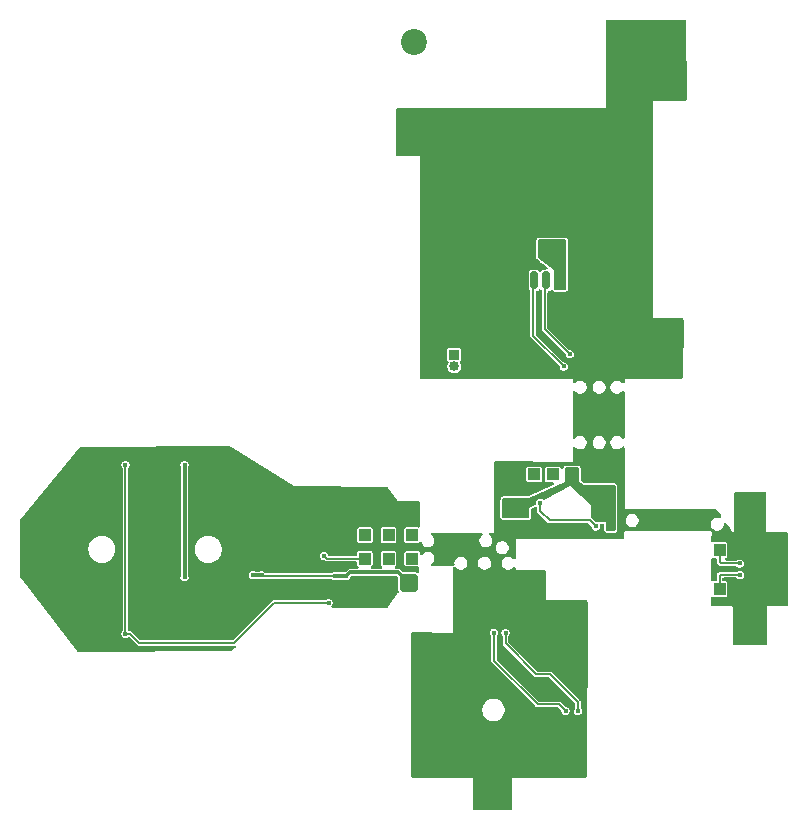
<source format=gbr>
%TF.GenerationSoftware,KiCad,Pcbnew,9.0.0*%
%TF.CreationDate,2025-03-27T23:54:46+01:00*%
%TF.ProjectId,flexpcb,666c6578-7063-4622-9e6b-696361645f70,rev?*%
%TF.SameCoordinates,Original*%
%TF.FileFunction,Copper,L1,Top*%
%TF.FilePolarity,Positive*%
%FSLAX46Y46*%
G04 Gerber Fmt 4.6, Leading zero omitted, Abs format (unit mm)*
G04 Created by KiCad (PCBNEW 9.0.0) date 2025-03-27 23:54:46*
%MOMM*%
%LPD*%
G01*
G04 APERTURE LIST*
G04 Aperture macros list*
%AMRoundRect*
0 Rectangle with rounded corners*
0 $1 Rounding radius*
0 $2 $3 $4 $5 $6 $7 $8 $9 X,Y pos of 4 corners*
0 Add a 4 corners polygon primitive as box body*
4,1,4,$2,$3,$4,$5,$6,$7,$8,$9,$2,$3,0*
0 Add four circle primitives for the rounded corners*
1,1,$1+$1,$2,$3*
1,1,$1+$1,$4,$5*
1,1,$1+$1,$6,$7*
1,1,$1+$1,$8,$9*
0 Add four rect primitives between the rounded corners*
20,1,$1+$1,$2,$3,$4,$5,0*
20,1,$1+$1,$4,$5,$6,$7,0*
20,1,$1+$1,$6,$7,$8,$9,0*
20,1,$1+$1,$8,$9,$2,$3,0*%
G04 Aperture macros list end*
%TA.AperFunction,ComponentPad*%
%ADD10R,1.000000X1.000000*%
%TD*%
%TA.AperFunction,ComponentPad*%
%ADD11C,2.200000*%
%TD*%
%TA.AperFunction,ComponentPad*%
%ADD12RoundRect,0.225000X-0.525000X-0.525000X0.525000X-0.525000X0.525000X0.525000X-0.525000X0.525000X0*%
%TD*%
%TA.AperFunction,SMDPad,CuDef*%
%ADD13RoundRect,0.150000X0.150000X0.625000X-0.150000X0.625000X-0.150000X-0.625000X0.150000X-0.625000X0*%
%TD*%
%TA.AperFunction,SMDPad,CuDef*%
%ADD14RoundRect,0.250000X0.350000X0.650000X-0.350000X0.650000X-0.350000X-0.650000X0.350000X-0.650000X0*%
%TD*%
%TA.AperFunction,ComponentPad*%
%ADD15R,0.850000X0.850000*%
%TD*%
%TA.AperFunction,ComponentPad*%
%ADD16O,0.850000X0.850000*%
%TD*%
%TA.AperFunction,ViaPad*%
%ADD17C,0.400000*%
%TD*%
%TA.AperFunction,Conductor*%
%ADD18C,0.200000*%
%TD*%
%TA.AperFunction,Conductor*%
%ADD19C,0.150000*%
%TD*%
%TA.AperFunction,Conductor*%
%ADD20C,0.300000*%
%TD*%
G04 APERTURE END LIST*
D10*
%TO.P,,1*%
%TO.N,GND*%
X133500000Y-106700000D03*
%TD*%
%TO.P,,1*%
%TO.N,I2C1_SCL*%
X135100000Y-106700000D03*
%TD*%
%TO.P,,1*%
%TO.N,I2C1_SDA*%
X136700000Y-106700000D03*
%TD*%
%TO.P,,1*%
%TO.N,+3.3V*%
X138300000Y-106700000D03*
%TD*%
D11*
%TO.P,,1*%
%TO.N,GND*%
X140400000Y-106000000D03*
%TD*%
D10*
%TO.P,,1*%
%TO.N,exti1*%
X150800000Y-116400000D03*
%TD*%
%TO.P,,1*%
%TO.N,+3.3V*%
X150800000Y-113100000D03*
%TD*%
D12*
%TO.P,REF\u002A\u002A,1*%
%TO.N,+3.3V*%
X124500000Y-115900000D03*
%TD*%
D10*
%TO.P,REF\u002A\u002A5,1*%
%TO.N,EXTI0*%
X122770000Y-113840000D03*
%TD*%
%TO.P,REF\u002A\u002A4,1*%
%TO.N,exti3{slash}pwmled*%
X120770000Y-113840000D03*
%TD*%
%TO.P,REF\u002A\u002A3,1*%
%TO.N,swo*%
X124770000Y-111840000D03*
%TD*%
%TO.P,REF\u002A\u002A2,1*%
%TO.N,swclk*%
X122770000Y-111840000D03*
%TD*%
%TO.P,REF\u002A\u002A1,1*%
%TO.N,swdio*%
X120770000Y-111840000D03*
%TD*%
%TO.P,REF\u002A\u002A,1*%
%TO.N,nrst*%
X124770000Y-113840000D03*
%TD*%
D12*
%TO.P,REF\u002A\u002A,1*%
%TO.N,GND*%
X124500000Y-109800000D03*
%TD*%
D11*
%TO.P,,1*%
%TO.N,GND*%
X121810000Y-116590000D03*
%TD*%
%TO.P,,1*%
%TO.N,GND*%
X95150000Y-108720000D03*
%TD*%
D13*
%TO.P,J1,1,Pin_1*%
%TO.N,+3.3V*%
X137100000Y-90275000D03*
%TO.P,J1,2,Pin_2*%
%TO.N,TX*%
X136100000Y-90275000D03*
%TO.P,J1,3,Pin_3*%
%TO.N,RX*%
X135100000Y-90275000D03*
%TO.P,J1,4,Pin_4*%
%TO.N,GND*%
X134100000Y-90275000D03*
D14*
%TO.P,J1,MP*%
X138400000Y-92800000D03*
X132800000Y-92800000D03*
%TD*%
D11*
%TO.P,,1*%
%TO.N,GND*%
X110860000Y-117630000D03*
%TD*%
%TO.P,,1*%
%TO.N,GND*%
X121700000Y-108970000D03*
%TD*%
%TO.P,,1*%
%TO.N,GND*%
X153370000Y-119800000D03*
%TD*%
%TO.P,REF\u002A\u002A,1*%
%TO.N,GND*%
X124930000Y-70128848D03*
%TD*%
%TO.P,,1*%
%TO.N,GND*%
X138121800Y-118701800D03*
%TD*%
%TO.P,,1*%
%TO.N,GND*%
X146320000Y-96978848D03*
%TD*%
%TO.P,,1*%
%TO.N,GND*%
X110880000Y-108450000D03*
%TD*%
%TO.P,,1*%
%TO.N,GND*%
X153420000Y-109540000D03*
%TD*%
%TO.P,,1*%
%TO.N,GND*%
X95190000Y-117880000D03*
%TD*%
D15*
%TO.P,SW1,1,1*%
%TO.N,Net-(Tarvos1-MODE_1)*%
X128330000Y-96548848D03*
D16*
%TO.P,SW1,2,2*%
%TO.N,+3.3V*%
X128330000Y-97548848D03*
%TD*%
D11*
%TO.P,,1*%
%TO.N,GND*%
X131601800Y-133771800D03*
%TD*%
D17*
%TO.N,GND*%
X140900000Y-111900000D03*
X142400000Y-111800000D03*
X142400000Y-110500000D03*
X142400000Y-109300000D03*
X142400000Y-108100000D03*
X142400000Y-106900000D03*
X142400000Y-105800000D03*
X137500000Y-105900000D03*
X135900000Y-105900000D03*
X134300000Y-105900000D03*
X133100000Y-105900000D03*
X132000000Y-105900000D03*
X132000000Y-106800000D03*
X132000000Y-107900000D03*
X132000000Y-109200000D03*
X132000000Y-110500000D03*
X132000000Y-111800000D03*
X133400000Y-111800000D03*
X134800000Y-111800000D03*
X136300000Y-111800000D03*
X137700000Y-111800000D03*
X139400000Y-111800000D03*
X134800000Y-108200000D03*
X135900000Y-107600000D03*
%TO.N,+3.3V*%
X133200000Y-109500000D03*
X132600000Y-109500000D03*
%TO.N,GND*%
X137700000Y-111200000D03*
%TO.N,+3.3V*%
X141600000Y-110600000D03*
X141600000Y-109500000D03*
X141600000Y-108500000D03*
%TO.N,GND*%
X135000000Y-116200000D03*
X134700000Y-115600000D03*
X135300000Y-115600000D03*
X135300000Y-116800000D03*
X134700000Y-116800000D03*
X129100000Y-116800000D03*
X129700000Y-116800000D03*
X129700000Y-115600000D03*
X129100000Y-115600000D03*
X129390000Y-116185000D03*
X138700000Y-92200000D03*
X138700000Y-93400000D03*
X138100000Y-93400000D03*
X138100000Y-92200000D03*
X132500000Y-93400000D03*
X133100000Y-93400000D03*
X133100000Y-92300000D03*
X132500000Y-92300000D03*
X126300000Y-97500000D03*
X126300000Y-76800000D03*
X145600000Y-69200000D03*
X146300000Y-69200000D03*
X147000000Y-69200000D03*
X147000000Y-69800000D03*
X146300000Y-69800000D03*
X145600000Y-69800000D03*
X146400000Y-94400000D03*
X143200000Y-97500000D03*
X136300000Y-97700000D03*
X134300000Y-92200000D03*
X133900000Y-94700000D03*
X130500000Y-86500000D03*
X136600000Y-78100000D03*
X130500000Y-78700000D03*
X131600000Y-80400000D03*
X134100000Y-80500000D03*
X143500000Y-81800000D03*
X141300000Y-94000000D03*
X141300000Y-91400000D03*
X141300000Y-86500000D03*
X141900000Y-78500000D03*
X141300000Y-85100000D03*
X141300000Y-80000000D03*
%TO.N,+3.3V*%
X135900000Y-88500000D03*
X135640000Y-87900000D03*
X135640000Y-87200000D03*
%TO.N,GND*%
X132800000Y-92800000D03*
X138400000Y-92800000D03*
X98300000Y-114900000D03*
X102700000Y-114900000D03*
X107000000Y-114900000D03*
X96200000Y-106500000D03*
X96200000Y-119700000D03*
X109900000Y-112100000D03*
X115100000Y-114000000D03*
X110400000Y-106100000D03*
X112300000Y-109700000D03*
X119500000Y-108900000D03*
X123200000Y-109700000D03*
X121800000Y-113800000D03*
X123800000Y-114000000D03*
X123800000Y-112000000D03*
X123200000Y-115700000D03*
X119500000Y-117300000D03*
%TO.N,EXTI0*%
X117690000Y-117570000D03*
%TO.N,+3.3V*%
X118200000Y-115300000D03*
X119200000Y-115300000D03*
%TO.N,GND*%
X132770000Y-76308848D03*
X141500000Y-72848848D03*
X135950000Y-76388848D03*
X133740000Y-120080000D03*
X125441800Y-128311800D03*
X137008766Y-76402423D03*
X130620000Y-76248848D03*
X132571690Y-83931534D03*
X125371800Y-131751800D03*
X150480000Y-112210000D03*
X130290000Y-91978848D03*
X113550000Y-108340000D03*
X125740000Y-95278848D03*
X133460000Y-96548848D03*
X153430000Y-117220000D03*
X125760000Y-91428848D03*
X131927639Y-88368333D03*
X92270000Y-115070000D03*
X140220000Y-91978848D03*
X155095000Y-112940000D03*
X130150000Y-83538848D03*
X116740000Y-110960000D03*
X92700000Y-110320000D03*
X116790000Y-114710000D03*
X137921800Y-123681800D03*
X99070000Y-109410000D03*
X97730000Y-120270000D03*
X137960000Y-76358848D03*
X131660000Y-76258848D03*
X150550000Y-117480000D03*
X135151800Y-124861800D03*
X134991800Y-122681800D03*
X128670000Y-119530000D03*
X103200000Y-105690000D03*
X137911800Y-125681800D03*
X97390000Y-106040000D03*
X138941800Y-131581800D03*
X116185000Y-116590000D03*
X102460000Y-117440000D03*
X140630000Y-76278848D03*
X141480000Y-70458848D03*
X137761800Y-129991800D03*
X139040000Y-76278848D03*
X132530000Y-96498848D03*
X138475495Y-84217779D03*
X125860000Y-86938848D03*
X141510000Y-71658848D03*
X138761740Y-88690359D03*
X133880000Y-76348848D03*
X107200000Y-110270000D03*
X118710000Y-114290000D03*
X107680000Y-116430000D03*
X129560000Y-76228848D03*
X114170000Y-116430000D03*
X125411800Y-123651800D03*
X108520000Y-120030000D03*
X108230000Y-105800000D03*
X155095000Y-116540000D03*
X98020000Y-116550000D03*
X139810000Y-76308848D03*
X141400000Y-77178848D03*
X116185000Y-108990000D03*
X135010000Y-76328848D03*
X141530000Y-73908848D03*
X125461800Y-120921800D03*
X134250000Y-78198848D03*
X141530000Y-74998848D03*
X138791800Y-121211800D03*
X141480000Y-69218848D03*
X153290000Y-112180000D03*
%TO.N,+3.3V*%
X152510000Y-114240000D03*
X111290000Y-115220000D03*
X105500000Y-105890000D03*
X105500000Y-115400000D03*
X112020000Y-115220000D03*
%TO.N,exti3{slash}pwmled*%
X117300000Y-113600000D03*
%TO.N,EXTI0*%
X100500000Y-105890000D03*
X100500000Y-120190000D03*
%TO.N,exti1*%
X152530000Y-115240000D03*
%TO.N,TX*%
X138110000Y-96518848D03*
%TO.N,RX*%
X137600000Y-97558848D03*
%TO.N,RX_GPS*%
X138801800Y-126741800D03*
X132680000Y-120120000D03*
%TO.N,TX_GPS*%
X137761800Y-126721800D03*
X131690000Y-120100000D03*
%TO.N,I2C1_SCL*%
X140332500Y-111100000D03*
X135600000Y-109100000D03*
%TD*%
D18*
%TO.N,+3.3V*%
X150940000Y-114240000D02*
X150800000Y-114100000D01*
X150800000Y-114100000D02*
X150800000Y-113100000D01*
X152510000Y-114240000D02*
X150940000Y-114240000D01*
%TO.N,I2C1_SCL*%
X139832500Y-110600000D02*
X140332500Y-111100000D01*
X135600000Y-109100000D02*
X135600000Y-109800000D01*
X135600000Y-109800000D02*
X136400000Y-110600000D01*
X136400000Y-110600000D02*
X139832500Y-110600000D01*
D19*
%TO.N,exti1*%
X150800000Y-115200000D02*
X152490000Y-115200000D01*
X152490000Y-115200000D02*
X152530000Y-115240000D01*
X150800000Y-116400000D02*
X150800000Y-115200000D01*
%TO.N,TX*%
X136000000Y-94408848D02*
X138110000Y-96518848D01*
%TO.N,RX*%
X137600000Y-97558848D02*
X135000000Y-94958848D01*
%TO.N,TX*%
X136000000Y-90375000D02*
X136000000Y-94408848D01*
X136100000Y-90275000D02*
X136000000Y-90375000D01*
%TO.N,RX*%
X135000000Y-90375000D02*
X135100000Y-90275000D01*
X135000000Y-94958848D02*
X135000000Y-90375000D01*
D20*
%TO.N,+3.3V*%
X105500000Y-115400000D02*
X105500000Y-105890000D01*
D19*
%TO.N,exti3{slash}pwmled*%
X117540000Y-113840000D02*
X117300000Y-113600000D01*
X120770000Y-113840000D02*
X117540000Y-113840000D01*
D18*
%TO.N,+3.3V*%
X112100000Y-115300000D02*
X112020000Y-115220000D01*
X118200000Y-115300000D02*
X112100000Y-115300000D01*
D20*
X119500000Y-115000000D02*
X119200000Y-115300000D01*
X123600000Y-115000000D02*
X119500000Y-115000000D01*
X124500000Y-115900000D02*
X123600000Y-115000000D01*
X119200000Y-115300000D02*
X118200000Y-115300000D01*
D19*
%TO.N,exti3{slash}pwmled*%
X117300000Y-113600000D02*
X117240000Y-113660000D01*
D20*
%TO.N,+3.3V*%
X111290000Y-115220000D02*
X112020000Y-115220000D01*
D19*
%TO.N,EXTI0*%
X100880000Y-120190000D02*
X100500000Y-120190000D01*
X101660000Y-120970000D02*
X100880000Y-120190000D01*
X113080000Y-117570000D02*
X109680000Y-120970000D01*
X109680000Y-120970000D02*
X101660000Y-120970000D01*
X117690000Y-117570000D02*
X113080000Y-117570000D01*
X100500000Y-105890000D02*
X100500000Y-120190000D01*
%TO.N,RX_GPS*%
X132680000Y-121010000D02*
X132680000Y-120120000D01*
X136452455Y-123620000D02*
X135290000Y-123620000D01*
X135290000Y-123620000D02*
X132680000Y-121010000D01*
X138801800Y-126741800D02*
X138801800Y-125969345D01*
X138801800Y-125969345D02*
X136452455Y-123620000D01*
%TO.N,TX_GPS*%
X131690000Y-120100000D02*
X131690000Y-122460000D01*
X137211800Y-126171800D02*
X137761800Y-126721800D01*
X131690000Y-122460000D02*
X135401800Y-126171800D01*
X135401800Y-126171800D02*
X137211800Y-126171800D01*
%TD*%
%TA.AperFunction,Conductor*%
%TO.N,GND*%
G36*
X147933043Y-68250185D02*
G01*
X147978798Y-68302989D01*
X147990003Y-68354142D01*
X148008999Y-74926992D01*
X147989509Y-74994088D01*
X147936837Y-75039995D01*
X147886319Y-75051343D01*
X145240582Y-75079490D01*
X145240581Y-75079489D01*
X145239751Y-75079498D01*
X145219193Y-75079454D01*
X145218924Y-75079720D01*
X145218546Y-75079725D01*
X145218517Y-75079753D01*
X145218516Y-75079754D01*
X145204689Y-75093876D01*
X145204690Y-75093877D01*
X145204103Y-75094476D01*
X145189546Y-75108971D01*
X145189545Y-75109349D01*
X145189280Y-75109620D01*
X145189280Y-75109625D01*
X145189279Y-75109627D01*
X145189490Y-75129425D01*
X145189497Y-75131014D01*
X145149511Y-93374655D01*
X145149500Y-93379697D01*
X145149262Y-93400334D01*
X145149454Y-93400531D01*
X145149454Y-93400807D01*
X145164068Y-93415486D01*
X145178501Y-93430255D01*
X145178769Y-93430257D01*
X145178964Y-93430453D01*
X145178970Y-93430453D01*
X145178971Y-93430454D01*
X145199275Y-93430498D01*
X145200122Y-93430503D01*
X147625606Y-93458490D01*
X147692412Y-93478947D01*
X147737554Y-93532275D01*
X147748169Y-93583432D01*
X147710822Y-98457146D01*
X147690625Y-98524033D01*
X147637472Y-98569382D01*
X147587326Y-98580195D01*
X142800207Y-98599499D01*
X142800206Y-98599498D01*
X142799894Y-98599500D01*
X142779082Y-98599500D01*
X142778997Y-98599584D01*
X142778879Y-98599585D01*
X142778829Y-98599634D01*
X142778828Y-98599635D01*
X142764394Y-98614185D01*
X142764196Y-98614384D01*
X142749500Y-98629082D01*
X142749500Y-98629201D01*
X142749416Y-98629286D01*
X142749416Y-98629314D01*
X142749416Y-98629315D01*
X142749499Y-98649831D01*
X142749500Y-98650331D01*
X142749500Y-98871614D01*
X142729815Y-98938653D01*
X142677011Y-98984408D01*
X142607853Y-98994352D01*
X142544297Y-98965327D01*
X142537819Y-98959295D01*
X142438017Y-98859493D01*
X142438011Y-98859488D01*
X142312488Y-98787017D01*
X142312489Y-98787017D01*
X142301006Y-98783940D01*
X142172475Y-98749500D01*
X142027525Y-98749500D01*
X141898993Y-98783940D01*
X141887511Y-98787017D01*
X141761988Y-98859488D01*
X141761982Y-98859493D01*
X141659493Y-98961982D01*
X141659488Y-98961988D01*
X141587017Y-99087511D01*
X141587016Y-99087515D01*
X141549500Y-99227525D01*
X141549500Y-99241328D01*
X141549500Y-99372475D01*
X141587016Y-99512485D01*
X141587017Y-99512488D01*
X141659488Y-99638011D01*
X141659490Y-99638013D01*
X141659491Y-99638015D01*
X141761985Y-99740509D01*
X141761986Y-99740510D01*
X141761988Y-99740511D01*
X141887511Y-99812982D01*
X141887512Y-99812982D01*
X141887515Y-99812984D01*
X142027525Y-99850500D01*
X142027528Y-99850500D01*
X142172472Y-99850500D01*
X142172475Y-99850500D01*
X142312485Y-99812984D01*
X142438015Y-99740509D01*
X142537819Y-99640705D01*
X142599142Y-99607220D01*
X142668834Y-99612204D01*
X142724767Y-99654076D01*
X142749184Y-99719540D01*
X142749500Y-99728386D01*
X142749500Y-103571614D01*
X142729815Y-103638653D01*
X142677011Y-103684408D01*
X142607853Y-103694352D01*
X142544297Y-103665327D01*
X142537819Y-103659295D01*
X142438017Y-103559493D01*
X142438011Y-103559488D01*
X142312488Y-103487017D01*
X142312489Y-103487017D01*
X142301006Y-103483940D01*
X142172475Y-103449500D01*
X142027525Y-103449500D01*
X141898993Y-103483940D01*
X141887511Y-103487017D01*
X141761988Y-103559488D01*
X141761982Y-103559493D01*
X141659493Y-103661982D01*
X141659488Y-103661988D01*
X141587017Y-103787511D01*
X141587016Y-103787515D01*
X141549500Y-103927525D01*
X141549500Y-103941328D01*
X141549500Y-104072475D01*
X141587016Y-104212485D01*
X141587017Y-104212488D01*
X141659488Y-104338011D01*
X141659490Y-104338013D01*
X141659491Y-104338015D01*
X141761985Y-104440509D01*
X141761986Y-104440510D01*
X141761988Y-104440511D01*
X141887511Y-104512982D01*
X141887512Y-104512982D01*
X141887515Y-104512984D01*
X142027525Y-104550500D01*
X142027528Y-104550500D01*
X142172472Y-104550500D01*
X142172475Y-104550500D01*
X142312485Y-104512984D01*
X142438015Y-104440509D01*
X142537819Y-104340705D01*
X142599142Y-104307220D01*
X142668834Y-104312204D01*
X142724767Y-104354076D01*
X142749184Y-104419540D01*
X142749500Y-104428386D01*
X142749500Y-109620918D01*
X142779082Y-109650500D01*
X142820918Y-109650500D01*
X150507529Y-109650500D01*
X150574568Y-109670185D01*
X150610134Y-109704872D01*
X150918624Y-110159488D01*
X150943898Y-110196734D01*
X150965252Y-110263260D01*
X150947250Y-110330771D01*
X150895606Y-110377831D01*
X150826718Y-110389501D01*
X150809198Y-110386135D01*
X150713773Y-110360566D01*
X150672475Y-110349500D01*
X150527525Y-110349500D01*
X150398993Y-110383940D01*
X150387511Y-110387017D01*
X150261988Y-110459488D01*
X150261982Y-110459493D01*
X150159493Y-110561982D01*
X150159488Y-110561988D01*
X150087017Y-110687511D01*
X150087016Y-110687515D01*
X150049500Y-110827525D01*
X150049500Y-110841328D01*
X150049500Y-110972475D01*
X150084678Y-111103760D01*
X150087017Y-111112488D01*
X150159488Y-111238011D01*
X150159493Y-111238017D01*
X150247625Y-111326149D01*
X150251555Y-111333347D01*
X150259244Y-111338406D01*
X150261983Y-111340508D01*
X150387511Y-111412982D01*
X150387512Y-111412982D01*
X150387515Y-111412984D01*
X150527525Y-111450500D01*
X150527528Y-111450500D01*
X150672472Y-111450500D01*
X150672475Y-111450500D01*
X150812485Y-111412984D01*
X150938015Y-111340509D01*
X151040509Y-111238015D01*
X151112984Y-111112485D01*
X151150500Y-110972475D01*
X151150500Y-110904773D01*
X151170185Y-110837734D01*
X151222989Y-110791979D01*
X151292147Y-110782035D01*
X151355703Y-110811060D01*
X151377104Y-110835144D01*
X151650481Y-111238015D01*
X151865969Y-111555577D01*
X151879364Y-111575316D01*
X151879319Y-111580476D01*
X151890776Y-111592135D01*
X151897076Y-111601419D01*
X151897077Y-111601420D01*
X151899958Y-111605665D01*
X151900554Y-111606057D01*
X151903873Y-111608786D01*
X151907987Y-111610037D01*
X151908640Y-111610314D01*
X151908641Y-111610315D01*
X151924987Y-111610458D01*
X151941046Y-111613533D01*
X151945312Y-111610636D01*
X151950470Y-111610682D01*
X151950472Y-111610680D01*
X151950476Y-111610681D01*
X151962138Y-111599220D01*
X151975665Y-111590042D01*
X151976634Y-111584975D01*
X151980311Y-111581363D01*
X151980311Y-111581362D01*
X151980315Y-111581359D01*
X151980359Y-111576237D01*
X151982567Y-111553995D01*
X151983533Y-111548953D01*
X151983531Y-111548950D01*
X151983386Y-111548245D01*
X151980832Y-111522101D01*
X152008985Y-108303415D01*
X152029255Y-108236551D01*
X152082457Y-108191259D01*
X152132980Y-108180500D01*
X154644480Y-108180500D01*
X154711519Y-108200185D01*
X154757274Y-108252989D01*
X154768477Y-108305221D01*
X154761956Y-109423641D01*
X154749762Y-111514867D01*
X154749651Y-111533998D01*
X154749621Y-111539119D01*
X154749388Y-111539355D01*
X154749498Y-111559965D01*
X154749495Y-111560642D01*
X154749378Y-111580634D01*
X154749611Y-111581188D01*
X154763827Y-111595251D01*
X154764723Y-111596147D01*
X154778788Y-111610377D01*
X154778789Y-111610377D01*
X154779347Y-111610611D01*
X154779353Y-111610610D01*
X154779355Y-111610612D01*
X154799420Y-111610503D01*
X154800484Y-111610503D01*
X154820623Y-111610621D01*
X154820623Y-111610620D01*
X154842706Y-111610750D01*
X154845190Y-111610255D01*
X156475661Y-111601442D01*
X156542804Y-111620764D01*
X156588843Y-111673320D01*
X156600328Y-111724851D01*
X156628677Y-117696869D01*
X156609310Y-117764002D01*
X156556724Y-117810007D01*
X156506071Y-117821450D01*
X154901248Y-117839481D01*
X154901249Y-117839482D01*
X154899938Y-117839496D01*
X154879543Y-117839311D01*
X154879115Y-117839731D01*
X154878516Y-117839738D01*
X154878512Y-117839741D01*
X154878510Y-117839742D01*
X154865145Y-117853411D01*
X154863370Y-117855190D01*
X154849691Y-117868622D01*
X154849267Y-117869620D01*
X154849482Y-117888793D01*
X154849485Y-117891313D01*
X154821051Y-121009507D01*
X154800756Y-121076364D01*
X154747537Y-121121635D01*
X154699136Y-121132359D01*
X152064979Y-121176556D01*
X151997619Y-121157998D01*
X151950985Y-121105969D01*
X151938904Y-121053697D01*
X151938508Y-121010027D01*
X151910507Y-117920664D01*
X151910500Y-117919841D01*
X151910612Y-117899355D01*
X151910333Y-117899073D01*
X151910330Y-117898659D01*
X151910321Y-117898638D01*
X151896305Y-117884873D01*
X151895648Y-117884228D01*
X151881191Y-117869614D01*
X151880764Y-117869611D01*
X151880459Y-117869312D01*
X151880445Y-117869312D01*
X151880444Y-117869311D01*
X151860766Y-117869490D01*
X151858974Y-117869493D01*
X150185479Y-117860447D01*
X150118547Y-117840401D01*
X150073078Y-117787350D01*
X150062155Y-117735276D01*
X150062439Y-117705288D01*
X150067653Y-117154249D01*
X150087971Y-117087402D01*
X150141205Y-117042149D01*
X150210455Y-117032861D01*
X150239102Y-117040866D01*
X150241276Y-117041765D01*
X150241278Y-117041767D01*
X150252253Y-117043950D01*
X150285177Y-117050500D01*
X150285180Y-117050500D01*
X151314822Y-117050500D01*
X151358717Y-117041768D01*
X151358717Y-117041767D01*
X151358722Y-117041767D01*
X151408504Y-117008504D01*
X151441767Y-116958722D01*
X151450500Y-116914820D01*
X151450500Y-115885180D01*
X151450500Y-115885177D01*
X151441768Y-115841282D01*
X151441767Y-115841281D01*
X151441767Y-115841278D01*
X151408504Y-115791496D01*
X151365312Y-115762636D01*
X151358724Y-115758234D01*
X151358717Y-115758231D01*
X151314822Y-115749500D01*
X151314820Y-115749500D01*
X151149500Y-115749500D01*
X151140814Y-115746949D01*
X151131853Y-115748238D01*
X151107812Y-115737259D01*
X151082461Y-115729815D01*
X151076533Y-115722974D01*
X151068297Y-115719213D01*
X151054007Y-115696978D01*
X151036706Y-115677011D01*
X151034418Y-115666496D01*
X151030523Y-115660435D01*
X151025500Y-115625500D01*
X151025500Y-115549500D01*
X151045185Y-115482461D01*
X151097989Y-115436706D01*
X151149500Y-115425500D01*
X152168456Y-115425500D01*
X152235495Y-115445185D01*
X152256137Y-115461818D01*
X152314788Y-115520469D01*
X152314791Y-115520471D01*
X152314794Y-115520473D01*
X152394706Y-115566611D01*
X152394707Y-115566611D01*
X152394712Y-115566614D01*
X152483856Y-115590500D01*
X152483858Y-115590500D01*
X152576142Y-115590500D01*
X152576144Y-115590500D01*
X152665288Y-115566614D01*
X152745212Y-115520469D01*
X152810469Y-115455212D01*
X152856614Y-115375288D01*
X152880500Y-115286144D01*
X152880500Y-115193856D01*
X152856614Y-115104712D01*
X152845067Y-115084712D01*
X152810473Y-115024794D01*
X152810470Y-115024791D01*
X152810469Y-115024788D01*
X152745212Y-114959531D01*
X152745209Y-114959529D01*
X152745205Y-114959526D01*
X152665293Y-114913388D01*
X152665290Y-114913387D01*
X152665289Y-114913386D01*
X152665288Y-114913386D01*
X152576144Y-114889500D01*
X152483856Y-114889500D01*
X152394712Y-114913386D01*
X152394711Y-114913386D01*
X152394709Y-114913387D01*
X152394706Y-114913388D01*
X152317636Y-114957886D01*
X152288364Y-114964987D01*
X152259764Y-114974431D01*
X152255635Y-114974500D01*
X150844855Y-114974500D01*
X150755145Y-114974500D01*
X150755143Y-114974500D01*
X150755141Y-114974501D01*
X150672266Y-115008827D01*
X150608827Y-115072266D01*
X150574501Y-115155141D01*
X150574500Y-115155146D01*
X150574500Y-115625500D01*
X150572910Y-115630912D01*
X150574016Y-115636444D01*
X150563175Y-115664068D01*
X150554815Y-115692539D01*
X150550552Y-115696232D01*
X150548491Y-115701485D01*
X150524431Y-115718866D01*
X150502011Y-115738294D01*
X150495228Y-115739963D01*
X150491855Y-115742401D01*
X150470307Y-115746099D01*
X150457245Y-115749316D01*
X150453868Y-115749500D01*
X150285180Y-115749500D01*
X150241278Y-115758233D01*
X150236636Y-115761334D01*
X150212745Y-115762636D01*
X150186972Y-115756569D01*
X150160599Y-115754210D01*
X150153492Y-115748689D01*
X150144734Y-115746628D01*
X150126330Y-115727589D01*
X150105422Y-115711346D01*
X150102428Y-115702860D01*
X150096175Y-115696391D01*
X150090986Y-115670425D01*
X150082178Y-115645456D01*
X150082006Y-115637674D01*
X150098798Y-113863343D01*
X150119116Y-113796495D01*
X150172350Y-113751242D01*
X150241600Y-113741954D01*
X150246974Y-113742900D01*
X150265187Y-113746523D01*
X150285179Y-113750500D01*
X150285180Y-113750500D01*
X150425500Y-113750500D01*
X150492539Y-113770185D01*
X150538294Y-113822989D01*
X150549500Y-113874500D01*
X150549500Y-114149829D01*
X150587636Y-114241897D01*
X150727635Y-114381895D01*
X150727635Y-114381896D01*
X150727636Y-114381897D01*
X150798103Y-114452364D01*
X150890172Y-114490500D01*
X152213640Y-114490500D01*
X152245251Y-114499782D01*
X152277169Y-114508010D01*
X152278625Y-114509582D01*
X152280679Y-114510185D01*
X152289129Y-114516126D01*
X152294784Y-114520465D01*
X152294788Y-114520469D01*
X152294792Y-114520471D01*
X152294793Y-114520472D01*
X152374706Y-114566611D01*
X152374707Y-114566611D01*
X152374712Y-114566614D01*
X152463856Y-114590500D01*
X152463858Y-114590500D01*
X152556142Y-114590500D01*
X152556144Y-114590500D01*
X152645288Y-114566614D01*
X152725212Y-114520469D01*
X152790469Y-114455212D01*
X152836614Y-114375288D01*
X152860500Y-114286144D01*
X152860500Y-114193856D01*
X152836614Y-114104712D01*
X152836612Y-114104709D01*
X152836612Y-114104707D01*
X152790473Y-114024794D01*
X152790470Y-114024791D01*
X152790469Y-114024788D01*
X152725212Y-113959531D01*
X152725209Y-113959529D01*
X152725205Y-113959526D01*
X152645293Y-113913388D01*
X152645290Y-113913387D01*
X152645289Y-113913386D01*
X152645288Y-113913386D01*
X152556144Y-113889500D01*
X152463856Y-113889500D01*
X152374712Y-113913386D01*
X152374711Y-113913386D01*
X152374709Y-113913387D01*
X152374706Y-113913388D01*
X152294793Y-113959527D01*
X152289129Y-113963874D01*
X152223960Y-113989070D01*
X152213640Y-113989500D01*
X151372280Y-113989500D01*
X151305241Y-113969815D01*
X151259486Y-113917011D01*
X151249542Y-113847853D01*
X151278567Y-113784297D01*
X151337345Y-113746523D01*
X151348088Y-113743883D01*
X151358717Y-113741768D01*
X151358717Y-113741767D01*
X151358722Y-113741767D01*
X151408504Y-113708504D01*
X151441767Y-113658722D01*
X151441768Y-113658717D01*
X151450500Y-113614822D01*
X151450500Y-112585177D01*
X151441768Y-112541282D01*
X151441767Y-112541281D01*
X151441767Y-112541278D01*
X151408504Y-112491496D01*
X151408503Y-112491495D01*
X151358724Y-112458234D01*
X151358717Y-112458231D01*
X151314822Y-112449500D01*
X151314820Y-112449500D01*
X150285180Y-112449500D01*
X150261480Y-112454214D01*
X150191888Y-112447985D01*
X150136712Y-112405122D01*
X150113468Y-112339232D01*
X150113296Y-112331423D01*
X150120303Y-111591077D01*
X150120527Y-111590853D01*
X150120500Y-111570231D01*
X150120696Y-111549561D01*
X150120694Y-111549559D01*
X150120695Y-111549549D01*
X150120480Y-111549024D01*
X150106368Y-111534949D01*
X150105425Y-111533998D01*
X150095247Y-111523625D01*
X150093644Y-111520622D01*
X150091874Y-111519893D01*
X150090872Y-111519472D01*
X150070827Y-111519497D01*
X150070828Y-111519498D01*
X150070193Y-111519498D01*
X150049561Y-111519304D01*
X150049334Y-111519525D01*
X150025088Y-111519557D01*
X150025087Y-111519556D01*
X150025087Y-111519557D01*
X142780047Y-111528859D01*
X142759082Y-111528859D01*
X142759016Y-111528885D01*
X142744244Y-111543696D01*
X142744134Y-111543807D01*
X142729498Y-111558442D01*
X142729473Y-111558504D01*
X142729500Y-111579424D01*
X142729500Y-112034749D01*
X142709815Y-112101788D01*
X142657011Y-112147543D01*
X142605785Y-112158749D01*
X133580179Y-112179499D01*
X133580143Y-112179499D01*
X133579846Y-112179500D01*
X133559082Y-112179500D01*
X133559034Y-112179547D01*
X133558966Y-112179548D01*
X133558826Y-112179687D01*
X133558826Y-112179688D01*
X133544433Y-112194147D01*
X133544321Y-112194260D01*
X133544209Y-112194373D01*
X133529500Y-112209082D01*
X133529500Y-112209149D01*
X133529452Y-112209198D01*
X133529452Y-112209326D01*
X133529452Y-112209327D01*
X133529500Y-112230116D01*
X133529500Y-113751614D01*
X133509815Y-113818653D01*
X133457011Y-113864408D01*
X133387853Y-113874352D01*
X133324297Y-113845327D01*
X133317819Y-113839295D01*
X133238017Y-113759493D01*
X133238011Y-113759488D01*
X133112488Y-113687017D01*
X133112489Y-113687017D01*
X133101006Y-113683940D01*
X132972475Y-113649500D01*
X132827525Y-113649500D01*
X132698993Y-113683940D01*
X132687511Y-113687017D01*
X132561988Y-113759488D01*
X132561982Y-113759493D01*
X132459493Y-113861982D01*
X132459488Y-113861988D01*
X132387017Y-113987511D01*
X132387016Y-113987515D01*
X132349500Y-114127525D01*
X132349500Y-114141328D01*
X132349500Y-114272475D01*
X132379770Y-114385443D01*
X132387017Y-114412488D01*
X132459488Y-114538011D01*
X132459490Y-114538013D01*
X132459491Y-114538015D01*
X132561985Y-114640509D01*
X132561986Y-114640510D01*
X132561988Y-114640511D01*
X132687511Y-114712982D01*
X132687512Y-114712982D01*
X132687515Y-114712984D01*
X132827525Y-114750500D01*
X132827528Y-114750500D01*
X132972472Y-114750500D01*
X132972475Y-114750500D01*
X133112485Y-114712984D01*
X133238015Y-114640509D01*
X133317819Y-114560705D01*
X133379142Y-114527220D01*
X133448834Y-114532204D01*
X133504767Y-114574076D01*
X133529184Y-114639540D01*
X133529500Y-114648386D01*
X133529500Y-114740918D01*
X133559082Y-114770500D01*
X133600918Y-114770500D01*
X135974825Y-114770500D01*
X136041864Y-114790185D01*
X136087619Y-114842989D01*
X136098824Y-114894979D01*
X136089673Y-117264884D01*
X136089579Y-117289167D01*
X136089382Y-117289368D01*
X136089498Y-117310042D01*
X136089496Y-117310710D01*
X136089419Y-117330730D01*
X136089619Y-117331204D01*
X136103960Y-117345384D01*
X136104669Y-117346091D01*
X136118887Y-117360419D01*
X136118889Y-117360419D01*
X136119363Y-117360617D01*
X136119366Y-117360616D01*
X136119368Y-117360618D01*
X136139572Y-117360502D01*
X136140620Y-117360502D01*
X136160723Y-117360580D01*
X136160723Y-117360579D01*
X136183271Y-117360667D01*
X136185378Y-117360243D01*
X139494332Y-117341496D01*
X139561481Y-117360800D01*
X139607535Y-117413344D01*
X139619034Y-117465822D01*
X139579960Y-132245828D01*
X139560098Y-132312815D01*
X139507173Y-132358430D01*
X139455960Y-132369500D01*
X133300282Y-132369500D01*
X133279638Y-132369273D01*
X133279406Y-132369500D01*
X133279082Y-132369500D01*
X133264918Y-132383662D01*
X133264040Y-132384531D01*
X133249732Y-132398528D01*
X133249500Y-132399072D01*
X133249500Y-132418967D01*
X133249493Y-132420330D01*
X133221376Y-134978893D01*
X133200955Y-135045712D01*
X133147652Y-135090884D01*
X133098850Y-135101521D01*
X130064051Y-135137436D01*
X129996784Y-135118546D01*
X129950407Y-135066288D01*
X129938591Y-135014798D01*
X129938199Y-134978893D01*
X129910500Y-132439798D01*
X129910579Y-132419275D01*
X129910291Y-132418985D01*
X129910287Y-132418555D01*
X129910283Y-132418545D01*
X129896203Y-132404769D01*
X129896203Y-132404768D01*
X129895534Y-132404113D01*
X129881110Y-132389580D01*
X129880676Y-132389578D01*
X129880366Y-132389275D01*
X129880359Y-132389275D01*
X129860713Y-132389488D01*
X129858896Y-132389494D01*
X124793747Y-132370162D01*
X124726783Y-132350222D01*
X124681230Y-132297244D01*
X124670220Y-132246363D01*
X124662568Y-127502318D01*
X124661058Y-126566379D01*
X130699500Y-126566379D01*
X130699500Y-126753620D01*
X130736025Y-126937243D01*
X130736027Y-126937251D01*
X130807676Y-127110228D01*
X130807681Y-127110237D01*
X130911697Y-127265907D01*
X130911700Y-127265911D01*
X131044088Y-127398299D01*
X131044092Y-127398302D01*
X131199762Y-127502318D01*
X131199768Y-127502321D01*
X131199769Y-127502322D01*
X131372749Y-127573973D01*
X131556379Y-127610499D01*
X131556383Y-127610500D01*
X131556384Y-127610500D01*
X131743617Y-127610500D01*
X131743618Y-127610499D01*
X131927251Y-127573973D01*
X132100231Y-127502322D01*
X132255908Y-127398302D01*
X132388302Y-127265908D01*
X132492322Y-127110231D01*
X132563973Y-126937251D01*
X132600500Y-126753616D01*
X132600500Y-126566384D01*
X132563973Y-126382749D01*
X132492322Y-126209769D01*
X132492321Y-126209768D01*
X132492318Y-126209762D01*
X132388302Y-126054092D01*
X132388299Y-126054088D01*
X132255911Y-125921700D01*
X132255907Y-125921697D01*
X132100237Y-125817681D01*
X132100228Y-125817676D01*
X131927251Y-125746027D01*
X131927243Y-125746025D01*
X131743620Y-125709500D01*
X131743616Y-125709500D01*
X131556384Y-125709500D01*
X131556379Y-125709500D01*
X131372756Y-125746025D01*
X131372748Y-125746027D01*
X131199771Y-125817676D01*
X131199762Y-125817681D01*
X131044092Y-125921697D01*
X131044088Y-125921700D01*
X130911700Y-126054088D01*
X130911697Y-126054092D01*
X130807681Y-126209762D01*
X130807676Y-126209771D01*
X130736027Y-126382748D01*
X130736025Y-126382756D01*
X130699500Y-126566379D01*
X124661058Y-126566379D01*
X124650784Y-120196165D01*
X124670361Y-120129095D01*
X124723091Y-120083255D01*
X124775817Y-120071970D01*
X128162969Y-120100275D01*
X128168907Y-120100325D01*
X128169082Y-120100500D01*
X128189793Y-120100500D01*
X128210495Y-120100673D01*
X128210495Y-120100672D01*
X128210503Y-120100673D01*
X128210910Y-120100506D01*
X128210916Y-120100500D01*
X128210918Y-120100500D01*
X128225590Y-120085827D01*
X128240323Y-120071339D01*
X128240324Y-120071135D01*
X128240468Y-120070993D01*
X128240500Y-120070919D01*
X128240500Y-120053856D01*
X131339500Y-120053856D01*
X131339500Y-120146144D01*
X131352903Y-120196166D01*
X131363387Y-120235290D01*
X131363388Y-120235293D01*
X131409526Y-120315205D01*
X131409533Y-120315214D01*
X131428181Y-120333862D01*
X131461666Y-120395185D01*
X131464500Y-120421543D01*
X131464500Y-122405142D01*
X131464499Y-122405156D01*
X131464499Y-122504853D01*
X131464500Y-122504858D01*
X131488772Y-122563457D01*
X131498829Y-122587735D01*
X131498830Y-122587736D01*
X131562264Y-122651170D01*
X131562265Y-122651170D01*
X131579705Y-122668610D01*
X135203559Y-126292464D01*
X135203562Y-126292468D01*
X135210630Y-126299536D01*
X135274064Y-126362970D01*
X135284696Y-126367374D01*
X135294176Y-126371301D01*
X135294175Y-126371301D01*
X135347752Y-126393493D01*
X135356945Y-126397301D01*
X135356948Y-126397301D01*
X135461089Y-126397301D01*
X135461097Y-126397300D01*
X137067033Y-126397300D01*
X137134072Y-126416985D01*
X137154714Y-126433619D01*
X137374981Y-126653886D01*
X137408466Y-126715209D01*
X137411300Y-126741567D01*
X137411300Y-126767944D01*
X137416658Y-126787942D01*
X137435187Y-126857090D01*
X137435188Y-126857093D01*
X137481326Y-126937005D01*
X137481329Y-126937009D01*
X137481331Y-126937012D01*
X137546588Y-127002269D01*
X137546591Y-127002270D01*
X137546594Y-127002273D01*
X137626506Y-127048411D01*
X137626507Y-127048411D01*
X137626512Y-127048414D01*
X137715656Y-127072300D01*
X137715658Y-127072300D01*
X137807942Y-127072300D01*
X137807944Y-127072300D01*
X137897088Y-127048414D01*
X137977012Y-127002269D01*
X138042269Y-126937012D01*
X138088414Y-126857088D01*
X138112300Y-126767944D01*
X138112300Y-126675656D01*
X138088414Y-126586512D01*
X138076793Y-126566384D01*
X138042273Y-126506594D01*
X138042270Y-126506591D01*
X138042269Y-126506588D01*
X137977012Y-126441331D01*
X137977009Y-126441329D01*
X137977005Y-126441326D01*
X137897093Y-126395188D01*
X137897090Y-126395187D01*
X137897089Y-126395186D01*
X137897088Y-126395186D01*
X137807944Y-126371300D01*
X137807943Y-126371300D01*
X137781568Y-126371300D01*
X137714529Y-126351615D01*
X137693887Y-126334981D01*
X137420411Y-126061506D01*
X137420410Y-126061505D01*
X137402970Y-126044064D01*
X137339536Y-125980630D01*
X137339535Y-125980629D01*
X137315257Y-125970572D01*
X137315257Y-125970571D01*
X137256658Y-125946300D01*
X137256656Y-125946299D01*
X137256655Y-125946299D01*
X137166945Y-125946299D01*
X137152511Y-125946299D01*
X137152503Y-125946300D01*
X135546567Y-125946300D01*
X135479528Y-125926615D01*
X135458886Y-125909981D01*
X131951819Y-122402914D01*
X131918334Y-122341591D01*
X131915500Y-122315233D01*
X131915500Y-120421543D01*
X131935185Y-120354504D01*
X131951819Y-120333862D01*
X131960393Y-120325288D01*
X131970469Y-120315212D01*
X132016614Y-120235288D01*
X132040500Y-120146144D01*
X132040500Y-120073856D01*
X132329500Y-120073856D01*
X132329500Y-120166144D01*
X132348256Y-120236144D01*
X132353387Y-120255290D01*
X132353388Y-120255293D01*
X132399526Y-120335205D01*
X132399533Y-120335214D01*
X132418181Y-120353862D01*
X132451666Y-120415185D01*
X132454500Y-120441543D01*
X132454500Y-120955142D01*
X132454499Y-120955156D01*
X132454499Y-121054853D01*
X132454500Y-121054858D01*
X132478772Y-121113457D01*
X132488829Y-121137735D01*
X132488830Y-121137736D01*
X132552264Y-121201170D01*
X132552265Y-121201170D01*
X132569705Y-121218610D01*
X132569706Y-121218611D01*
X135162264Y-123811170D01*
X135162266Y-123811172D01*
X135226365Y-123837721D01*
X135245145Y-123845500D01*
X135334854Y-123845500D01*
X136307688Y-123845500D01*
X136374727Y-123865185D01*
X136395369Y-123881819D01*
X138539981Y-126026431D01*
X138573466Y-126087754D01*
X138576300Y-126114112D01*
X138576300Y-126420257D01*
X138556615Y-126487296D01*
X138539981Y-126507938D01*
X138521333Y-126526585D01*
X138521326Y-126526594D01*
X138475188Y-126606506D01*
X138475187Y-126606509D01*
X138475186Y-126606511D01*
X138475186Y-126606512D01*
X138451300Y-126695656D01*
X138451300Y-126787944D01*
X138469828Y-126857093D01*
X138475187Y-126877090D01*
X138475188Y-126877093D01*
X138521326Y-126957005D01*
X138521329Y-126957009D01*
X138521331Y-126957012D01*
X138586588Y-127022269D01*
X138586591Y-127022270D01*
X138586594Y-127022273D01*
X138666506Y-127068411D01*
X138666507Y-127068411D01*
X138666512Y-127068414D01*
X138755656Y-127092300D01*
X138755658Y-127092300D01*
X138847942Y-127092300D01*
X138847944Y-127092300D01*
X138937088Y-127068414D01*
X139017012Y-127022269D01*
X139082269Y-126957012D01*
X139128414Y-126877088D01*
X139152300Y-126787944D01*
X139152300Y-126695656D01*
X139128414Y-126606512D01*
X139116867Y-126586512D01*
X139082273Y-126526594D01*
X139082270Y-126526591D01*
X139082269Y-126526588D01*
X139063619Y-126507938D01*
X139030134Y-126446615D01*
X139027300Y-126420257D01*
X139027300Y-126040117D01*
X139027300Y-126014202D01*
X139027301Y-126014200D01*
X139027301Y-125924491D01*
X138992970Y-125841610D01*
X138992970Y-125841609D01*
X138929536Y-125778175D01*
X138922471Y-125771110D01*
X138922464Y-125771104D01*
X136661065Y-123509705D01*
X136643625Y-123492264D01*
X136580191Y-123428830D01*
X136580190Y-123428829D01*
X136555912Y-123418772D01*
X136555912Y-123418771D01*
X136497313Y-123394500D01*
X136497311Y-123394499D01*
X136497310Y-123394499D01*
X136407600Y-123394499D01*
X136393166Y-123394499D01*
X136393158Y-123394500D01*
X135434768Y-123394500D01*
X135367729Y-123374815D01*
X135347087Y-123358181D01*
X132941819Y-120952913D01*
X132908334Y-120891590D01*
X132905500Y-120865232D01*
X132905500Y-120441543D01*
X132925185Y-120374504D01*
X132941819Y-120353862D01*
X132960469Y-120335212D01*
X133006614Y-120255288D01*
X133030500Y-120166144D01*
X133030500Y-120073856D01*
X133006614Y-119984712D01*
X133006611Y-119984706D01*
X132960473Y-119904794D01*
X132960470Y-119904791D01*
X132960469Y-119904788D01*
X132895212Y-119839531D01*
X132895209Y-119839529D01*
X132895205Y-119839526D01*
X132815293Y-119793388D01*
X132815290Y-119793387D01*
X132815289Y-119793386D01*
X132815288Y-119793386D01*
X132726144Y-119769500D01*
X132633856Y-119769500D01*
X132544712Y-119793386D01*
X132544711Y-119793386D01*
X132544709Y-119793387D01*
X132544706Y-119793388D01*
X132464794Y-119839526D01*
X132464785Y-119839533D01*
X132399533Y-119904785D01*
X132399526Y-119904794D01*
X132353388Y-119984706D01*
X132353387Y-119984709D01*
X132353386Y-119984711D01*
X132353386Y-119984712D01*
X132329500Y-120073856D01*
X132040500Y-120073856D01*
X132040500Y-120053856D01*
X132016614Y-119964712D01*
X131982020Y-119904794D01*
X131970473Y-119884794D01*
X131970470Y-119884791D01*
X131970469Y-119884788D01*
X131905212Y-119819531D01*
X131905209Y-119819529D01*
X131905205Y-119819526D01*
X131825293Y-119773388D01*
X131825290Y-119773387D01*
X131825289Y-119773386D01*
X131825288Y-119773386D01*
X131736144Y-119749500D01*
X131643856Y-119749500D01*
X131554712Y-119773386D01*
X131554711Y-119773386D01*
X131554709Y-119773387D01*
X131554706Y-119773388D01*
X131474794Y-119819526D01*
X131474785Y-119819533D01*
X131409533Y-119884785D01*
X131409526Y-119884794D01*
X131363388Y-119964706D01*
X131363387Y-119964709D01*
X131363386Y-119964711D01*
X131363386Y-119964712D01*
X131339500Y-120053856D01*
X128240500Y-120053856D01*
X128240500Y-120050740D01*
X128240504Y-120049701D01*
X128240546Y-120044690D01*
X128240546Y-120044689D01*
X128240862Y-120006822D01*
X128240500Y-120004958D01*
X128240500Y-114617912D01*
X128260185Y-114550873D01*
X128312989Y-114505118D01*
X128382147Y-114495174D01*
X128445703Y-114524199D01*
X128453518Y-114532493D01*
X128453744Y-114532268D01*
X128459491Y-114538015D01*
X128561985Y-114640509D01*
X128561986Y-114640510D01*
X128561988Y-114640511D01*
X128687511Y-114712982D01*
X128687512Y-114712982D01*
X128687515Y-114712984D01*
X128827525Y-114750500D01*
X128827528Y-114750500D01*
X128972472Y-114750500D01*
X128972475Y-114750500D01*
X129112485Y-114712984D01*
X129238015Y-114640509D01*
X129340509Y-114538015D01*
X129412984Y-114412485D01*
X129450500Y-114272475D01*
X129450500Y-114127525D01*
X130349500Y-114127525D01*
X130349500Y-114141328D01*
X130349500Y-114272475D01*
X130379770Y-114385443D01*
X130387017Y-114412488D01*
X130459488Y-114538011D01*
X130459490Y-114538013D01*
X130459491Y-114538015D01*
X130561985Y-114640509D01*
X130561986Y-114640510D01*
X130561988Y-114640511D01*
X130687511Y-114712982D01*
X130687512Y-114712982D01*
X130687515Y-114712984D01*
X130827525Y-114750500D01*
X130827528Y-114750500D01*
X130972472Y-114750500D01*
X130972475Y-114750500D01*
X131112485Y-114712984D01*
X131238015Y-114640509D01*
X131340509Y-114538015D01*
X131412984Y-114412485D01*
X131450500Y-114272475D01*
X131450500Y-114127525D01*
X131412984Y-113987515D01*
X131402978Y-113970185D01*
X131340511Y-113861988D01*
X131340506Y-113861982D01*
X131238017Y-113759493D01*
X131238011Y-113759488D01*
X131112488Y-113687017D01*
X131112489Y-113687017D01*
X131101006Y-113683940D01*
X130972475Y-113649500D01*
X130827525Y-113649500D01*
X130698993Y-113683940D01*
X130687511Y-113687017D01*
X130561988Y-113759488D01*
X130561982Y-113759493D01*
X130459493Y-113861982D01*
X130459488Y-113861988D01*
X130387017Y-113987511D01*
X130387016Y-113987515D01*
X130349500Y-114127525D01*
X129450500Y-114127525D01*
X129412984Y-113987515D01*
X129402978Y-113970185D01*
X129340511Y-113861988D01*
X129340506Y-113861982D01*
X129238017Y-113759493D01*
X129238011Y-113759488D01*
X129112488Y-113687017D01*
X129112489Y-113687017D01*
X129101006Y-113683940D01*
X128972475Y-113649500D01*
X128827525Y-113649500D01*
X128698993Y-113683940D01*
X128687511Y-113687017D01*
X128561988Y-113759488D01*
X128561982Y-113759493D01*
X128459493Y-113861982D01*
X128459488Y-113861988D01*
X128387017Y-113987511D01*
X128387016Y-113987515D01*
X128349500Y-114127525D01*
X128349500Y-114127527D01*
X128349500Y-114272476D01*
X128361053Y-114315593D01*
X128360761Y-114327849D01*
X128364998Y-114339356D01*
X128359945Y-114362124D01*
X128359390Y-114385443D01*
X128352516Y-114395597D01*
X128349861Y-114407566D01*
X128333301Y-114423987D01*
X128320227Y-114443305D01*
X128308954Y-114448131D01*
X128300249Y-114456765D01*
X128277437Y-114461627D01*
X128255998Y-114470808D01*
X128242228Y-114469132D01*
X128231915Y-114471331D01*
X128224377Y-114469500D01*
X128210918Y-114469500D01*
X128190687Y-114469500D01*
X128189798Y-114469497D01*
X126519470Y-114457523D01*
X126452573Y-114437358D01*
X126407198Y-114384228D01*
X126397751Y-114315000D01*
X126427231Y-114251654D01*
X126432678Y-114245844D01*
X126438010Y-114240511D01*
X126438015Y-114240509D01*
X126540509Y-114138015D01*
X126612984Y-114012485D01*
X126650500Y-113872475D01*
X126650500Y-113727525D01*
X126612984Y-113587515D01*
X126595677Y-113557539D01*
X126540511Y-113461988D01*
X126540506Y-113461982D01*
X126438017Y-113359493D01*
X126438011Y-113359488D01*
X126312488Y-113287017D01*
X126312489Y-113287017D01*
X126301006Y-113283940D01*
X126172475Y-113249500D01*
X126027525Y-113249500D01*
X125898993Y-113283940D01*
X125887511Y-113287017D01*
X125761988Y-113359488D01*
X125761982Y-113359493D01*
X125659493Y-113461982D01*
X125659486Y-113461991D01*
X125651886Y-113475156D01*
X125601319Y-113523371D01*
X125532712Y-113536593D01*
X125467847Y-113510625D01*
X125427319Y-113453710D01*
X125420500Y-113413155D01*
X125420500Y-113325177D01*
X125411768Y-113281282D01*
X125411767Y-113281281D01*
X125411767Y-113281278D01*
X125378504Y-113231496D01*
X125378503Y-113231495D01*
X125328724Y-113198234D01*
X125328717Y-113198231D01*
X125284822Y-113189500D01*
X125284820Y-113189500D01*
X124255180Y-113189500D01*
X124255178Y-113189500D01*
X124211282Y-113198231D01*
X124211275Y-113198234D01*
X124161496Y-113231495D01*
X124161495Y-113231496D01*
X124128234Y-113281275D01*
X124128231Y-113281282D01*
X124119500Y-113325177D01*
X124119500Y-113325180D01*
X124119500Y-114354820D01*
X124119500Y-114354822D01*
X124119499Y-114354822D01*
X124128231Y-114398717D01*
X124128234Y-114398724D01*
X124161495Y-114448503D01*
X124161496Y-114448504D01*
X124211278Y-114481767D01*
X124211281Y-114481767D01*
X124211282Y-114481768D01*
X124255177Y-114490500D01*
X125225500Y-114490500D01*
X125292539Y-114510185D01*
X125338294Y-114562989D01*
X125349500Y-114614500D01*
X125349500Y-114917024D01*
X125329815Y-114984063D01*
X125277011Y-115029818D01*
X125207853Y-115039762D01*
X125171040Y-115028425D01*
X125133626Y-115010134D01*
X125123198Y-115008614D01*
X125060636Y-114999500D01*
X125060630Y-114999500D01*
X124075833Y-114999500D01*
X124008794Y-114979815D01*
X123988152Y-114963181D01*
X123784512Y-114759541D01*
X123784507Y-114759537D01*
X123768853Y-114750499D01*
X123768851Y-114750499D01*
X123739297Y-114733436D01*
X123715990Y-114719979D01*
X123689876Y-114712982D01*
X123639562Y-114699500D01*
X123411634Y-114699500D01*
X123344595Y-114679815D01*
X123298840Y-114627011D01*
X123288896Y-114557853D01*
X123317921Y-114494297D01*
X123342739Y-114472400D01*
X123378504Y-114448504D01*
X123411767Y-114398722D01*
X123412389Y-114395597D01*
X123420500Y-114354822D01*
X123420500Y-113325177D01*
X123411768Y-113281282D01*
X123411767Y-113281281D01*
X123411767Y-113281278D01*
X123378504Y-113231496D01*
X123378503Y-113231495D01*
X123328724Y-113198234D01*
X123328717Y-113198231D01*
X123284822Y-113189500D01*
X123284820Y-113189500D01*
X122255180Y-113189500D01*
X122255178Y-113189500D01*
X122211282Y-113198231D01*
X122211275Y-113198234D01*
X122161496Y-113231495D01*
X122161495Y-113231496D01*
X122128234Y-113281275D01*
X122128231Y-113281282D01*
X122119500Y-113325177D01*
X122119500Y-113325180D01*
X122119500Y-114354820D01*
X122119500Y-114354822D01*
X122119499Y-114354822D01*
X122128231Y-114398717D01*
X122128234Y-114398724D01*
X122161494Y-114448502D01*
X122161495Y-114448502D01*
X122161496Y-114448504D01*
X122197257Y-114472398D01*
X122242062Y-114526009D01*
X122250769Y-114595334D01*
X122220615Y-114658362D01*
X122161172Y-114695082D01*
X122128366Y-114699500D01*
X121411634Y-114699500D01*
X121344595Y-114679815D01*
X121298840Y-114627011D01*
X121288896Y-114557853D01*
X121317921Y-114494297D01*
X121342739Y-114472400D01*
X121378504Y-114448504D01*
X121411767Y-114398722D01*
X121412389Y-114395597D01*
X121420500Y-114354822D01*
X121420500Y-113325177D01*
X121411768Y-113281282D01*
X121411767Y-113281281D01*
X121411767Y-113281278D01*
X121378504Y-113231496D01*
X121378503Y-113231495D01*
X121328724Y-113198234D01*
X121328717Y-113198231D01*
X121284822Y-113189500D01*
X121284820Y-113189500D01*
X120255180Y-113189500D01*
X120255178Y-113189500D01*
X120211282Y-113198231D01*
X120211275Y-113198234D01*
X120161496Y-113231495D01*
X120161495Y-113231496D01*
X120128234Y-113281275D01*
X120128231Y-113281282D01*
X120119500Y-113325177D01*
X120119500Y-113490500D01*
X120099815Y-113557539D01*
X120047011Y-113603294D01*
X119995500Y-113614500D01*
X117761898Y-113614500D01*
X117694859Y-113594815D01*
X117649104Y-113542011D01*
X117642123Y-113522594D01*
X117638916Y-113510625D01*
X117626614Y-113464712D01*
X117626612Y-113464709D01*
X117626612Y-113464707D01*
X117626611Y-113464706D01*
X117580473Y-113384794D01*
X117580470Y-113384791D01*
X117580469Y-113384788D01*
X117515212Y-113319531D01*
X117515209Y-113319529D01*
X117515205Y-113319526D01*
X117435293Y-113273388D01*
X117435290Y-113273387D01*
X117435289Y-113273386D01*
X117435288Y-113273386D01*
X117346144Y-113249500D01*
X117253856Y-113249500D01*
X117164712Y-113273386D01*
X117164711Y-113273386D01*
X117164709Y-113273387D01*
X117164706Y-113273388D01*
X117084794Y-113319526D01*
X117084785Y-113319533D01*
X117019533Y-113384785D01*
X117019526Y-113384794D01*
X116973388Y-113464706D01*
X116973387Y-113464709D01*
X116973386Y-113464711D01*
X116973386Y-113464712D01*
X116949500Y-113553856D01*
X116949500Y-113646144D01*
X116971306Y-113727527D01*
X116973387Y-113735290D01*
X116973388Y-113735293D01*
X117019526Y-113815205D01*
X117019529Y-113815209D01*
X117019531Y-113815212D01*
X117084788Y-113880469D01*
X117084791Y-113880470D01*
X117084794Y-113880473D01*
X117164706Y-113926611D01*
X117164707Y-113926611D01*
X117164712Y-113926614D01*
X117253856Y-113950500D01*
X117280232Y-113950500D01*
X117347271Y-113970185D01*
X117367913Y-113986819D01*
X117412266Y-114031172D01*
X117458139Y-114050172D01*
X117495145Y-114065500D01*
X119995500Y-114065500D01*
X120062539Y-114085185D01*
X120108294Y-114137989D01*
X120119500Y-114189500D01*
X120119500Y-114354820D01*
X120119500Y-114354822D01*
X120119499Y-114354822D01*
X120128231Y-114398717D01*
X120128234Y-114398724D01*
X120161494Y-114448502D01*
X120161495Y-114448502D01*
X120161496Y-114448504D01*
X120197257Y-114472398D01*
X120242062Y-114526009D01*
X120250769Y-114595334D01*
X120220615Y-114658362D01*
X120161172Y-114695082D01*
X120128366Y-114699500D01*
X119460438Y-114699500D01*
X119393039Y-114717559D01*
X119384007Y-114719980D01*
X119331148Y-114750499D01*
X119315492Y-114759537D01*
X119315491Y-114759538D01*
X119138654Y-114936374D01*
X119131722Y-114941005D01*
X119128781Y-114945242D01*
X119114595Y-114952449D01*
X119098428Y-114963252D01*
X119090911Y-114966365D01*
X119064712Y-114973386D01*
X119041218Y-114986949D01*
X119033711Y-114990060D01*
X119013294Y-114992255D01*
X118986256Y-114999500D01*
X118413745Y-114999500D01*
X118351744Y-114982887D01*
X118335289Y-114973386D01*
X118283580Y-114959531D01*
X118246144Y-114949500D01*
X118153856Y-114949500D01*
X118064712Y-114973386D01*
X118064711Y-114973386D01*
X118064709Y-114973387D01*
X118064706Y-114973388D01*
X117984793Y-115019527D01*
X117979129Y-115023874D01*
X117913960Y-115049070D01*
X117903640Y-115049500D01*
X112395927Y-115049500D01*
X112328888Y-115029815D01*
X112307038Y-115009712D01*
X112306216Y-115010535D01*
X112235214Y-114939533D01*
X112235212Y-114939531D01*
X112235209Y-114939529D01*
X112235205Y-114939526D01*
X112155293Y-114893388D01*
X112155290Y-114893387D01*
X112155289Y-114893386D01*
X112155288Y-114893386D01*
X112066144Y-114869500D01*
X111973856Y-114869500D01*
X111884710Y-114893386D01*
X111868256Y-114902887D01*
X111806255Y-114919500D01*
X111503745Y-114919500D01*
X111441744Y-114902887D01*
X111425289Y-114893386D01*
X111380716Y-114881443D01*
X111336144Y-114869500D01*
X111243856Y-114869500D01*
X111154712Y-114893386D01*
X111154711Y-114893386D01*
X111154709Y-114893387D01*
X111154706Y-114893388D01*
X111074794Y-114939526D01*
X111074785Y-114939533D01*
X111009533Y-115004785D01*
X111009526Y-115004794D01*
X110963388Y-115084706D01*
X110963387Y-115084709D01*
X110963386Y-115084711D01*
X110963386Y-115084712D01*
X110939500Y-115173856D01*
X110939500Y-115266144D01*
X110963002Y-115353856D01*
X110963387Y-115355290D01*
X110963388Y-115355293D01*
X111009526Y-115435205D01*
X111009529Y-115435209D01*
X111009531Y-115435212D01*
X111074788Y-115500469D01*
X111074791Y-115500470D01*
X111074794Y-115500473D01*
X111154706Y-115546611D01*
X111154707Y-115546611D01*
X111154712Y-115546614D01*
X111243856Y-115570500D01*
X111243858Y-115570500D01*
X111336142Y-115570500D01*
X111336144Y-115570500D01*
X111425288Y-115546614D01*
X111441744Y-115537113D01*
X111503745Y-115520500D01*
X111806255Y-115520500D01*
X111868256Y-115537113D01*
X111884708Y-115546612D01*
X111884712Y-115546614D01*
X111973856Y-115570500D01*
X111973858Y-115570500D01*
X112066142Y-115570500D01*
X112066144Y-115570500D01*
X112100785Y-115561217D01*
X112125019Y-115554725D01*
X112157111Y-115550500D01*
X117903640Y-115550500D01*
X117970679Y-115570185D01*
X117979129Y-115576126D01*
X117984784Y-115580465D01*
X117984788Y-115580469D01*
X117984792Y-115580471D01*
X117984793Y-115580472D01*
X118064706Y-115626611D01*
X118064707Y-115626611D01*
X118064712Y-115626614D01*
X118153856Y-115650500D01*
X118153858Y-115650500D01*
X118246142Y-115650500D01*
X118246144Y-115650500D01*
X118335288Y-115626614D01*
X118351744Y-115617113D01*
X118413745Y-115600500D01*
X118986255Y-115600500D01*
X119048256Y-115617113D01*
X119064708Y-115626612D01*
X119064712Y-115626614D01*
X119153856Y-115650500D01*
X119153858Y-115650500D01*
X119246142Y-115650500D01*
X119246144Y-115650500D01*
X119335288Y-115626614D01*
X119415212Y-115580469D01*
X119480469Y-115515212D01*
X119513903Y-115457304D01*
X119526612Y-115435292D01*
X119526612Y-115435291D01*
X119526614Y-115435288D01*
X119531531Y-115416934D01*
X119539549Y-115403047D01*
X119542476Y-115389595D01*
X119563624Y-115361346D01*
X119588156Y-115336815D01*
X119649481Y-115303333D01*
X119675834Y-115300500D01*
X123424167Y-115300500D01*
X123491206Y-115320185D01*
X123511848Y-115336819D01*
X123563181Y-115388152D01*
X123596666Y-115449475D01*
X123599500Y-115475833D01*
X123599500Y-116460636D01*
X123608614Y-116523198D01*
X123610134Y-116533626D01*
X123628425Y-116571040D01*
X123640183Y-116639913D01*
X123612840Y-116704210D01*
X123555075Y-116743517D01*
X123544425Y-116746435D01*
X123530897Y-116749500D01*
X123515847Y-116749500D01*
X123511436Y-116753909D01*
X123505307Y-116755298D01*
X123505260Y-116755330D01*
X123504452Y-116756607D01*
X123504453Y-116756608D01*
X123497083Y-116768263D01*
X123486265Y-116779082D01*
X123486265Y-116785370D01*
X123473028Y-116806303D01*
X122748916Y-117951411D01*
X122696449Y-117997552D01*
X122643646Y-118009137D01*
X118062639Y-117991936D01*
X117995674Y-117972000D01*
X117950118Y-117919025D01*
X117940434Y-117849829D01*
X117966809Y-117792645D01*
X117965522Y-117791658D01*
X117970463Y-117785217D01*
X117970469Y-117785212D01*
X118016614Y-117705288D01*
X118040500Y-117616144D01*
X118040500Y-117523856D01*
X118016614Y-117434712D01*
X117984350Y-117378830D01*
X117970473Y-117354794D01*
X117970470Y-117354791D01*
X117970469Y-117354788D01*
X117905212Y-117289531D01*
X117905209Y-117289529D01*
X117905205Y-117289526D01*
X117825293Y-117243388D01*
X117825290Y-117243387D01*
X117825289Y-117243386D01*
X117825288Y-117243386D01*
X117736144Y-117219500D01*
X117643856Y-117219500D01*
X117554712Y-117243386D01*
X117554711Y-117243386D01*
X117554709Y-117243387D01*
X117554706Y-117243388D01*
X117474794Y-117289526D01*
X117474785Y-117289533D01*
X117456138Y-117308181D01*
X117394815Y-117341666D01*
X117368457Y-117344500D01*
X113139297Y-117344500D01*
X113139289Y-117344499D01*
X113124855Y-117344499D01*
X113035145Y-117344499D01*
X113035143Y-117344499D01*
X113010290Y-117354794D01*
X112976539Y-117368774D01*
X112976537Y-117368774D01*
X112952264Y-117378829D01*
X112888829Y-117442265D01*
X109622914Y-120708181D01*
X109561591Y-120741666D01*
X109535233Y-120744500D01*
X101804767Y-120744500D01*
X101737728Y-120724815D01*
X101717086Y-120708181D01*
X101093863Y-120084958D01*
X101071170Y-120062265D01*
X101071170Y-120062264D01*
X101007736Y-119998830D01*
X100973652Y-119984712D01*
X100957916Y-119978193D01*
X100957914Y-119978192D01*
X100924856Y-119964499D01*
X100924855Y-119964499D01*
X100849500Y-119964499D01*
X100782461Y-119944814D01*
X100736706Y-119892010D01*
X100725500Y-119840499D01*
X100725500Y-106211543D01*
X100745185Y-106144504D01*
X100761819Y-106123862D01*
X100769532Y-106116149D01*
X100780469Y-106105212D01*
X100826614Y-106025288D01*
X100850500Y-105936144D01*
X100850500Y-105843856D01*
X105149500Y-105843856D01*
X105149500Y-105936144D01*
X105151978Y-105945391D01*
X105173386Y-106025289D01*
X105182885Y-106041740D01*
X105199500Y-106103743D01*
X105199500Y-115186255D01*
X105182887Y-115248256D01*
X105173386Y-115264710D01*
X105158522Y-115320185D01*
X105149500Y-115353856D01*
X105149500Y-115446144D01*
X105169416Y-115520473D01*
X105173387Y-115535290D01*
X105173388Y-115535293D01*
X105219526Y-115615205D01*
X105219529Y-115615209D01*
X105219531Y-115615212D01*
X105284788Y-115680469D01*
X105284791Y-115680470D01*
X105284794Y-115680473D01*
X105364706Y-115726611D01*
X105364707Y-115726611D01*
X105364712Y-115726614D01*
X105453856Y-115750500D01*
X105453858Y-115750500D01*
X105546142Y-115750500D01*
X105546144Y-115750500D01*
X105635288Y-115726614D01*
X105715212Y-115680469D01*
X105780469Y-115615212D01*
X105826614Y-115535288D01*
X105850500Y-115446144D01*
X105850500Y-115353856D01*
X105826614Y-115264712D01*
X105817113Y-115248256D01*
X105800500Y-115186255D01*
X105800500Y-112949448D01*
X106349500Y-112949448D01*
X106349500Y-113130551D01*
X106377829Y-113309410D01*
X106433787Y-113481636D01*
X106433788Y-113481639D01*
X106472462Y-113557539D01*
X106501485Y-113614500D01*
X106516006Y-113642997D01*
X106622441Y-113789494D01*
X106622445Y-113789499D01*
X106750500Y-113917554D01*
X106750505Y-113917558D01*
X106822941Y-113970185D01*
X106897006Y-114023996D01*
X106978458Y-114065498D01*
X107058360Y-114106211D01*
X107058363Y-114106212D01*
X107123960Y-114127525D01*
X107230591Y-114162171D01*
X107313429Y-114175291D01*
X107409449Y-114190500D01*
X107409454Y-114190500D01*
X107590551Y-114190500D01*
X107677259Y-114176765D01*
X107769409Y-114162171D01*
X107941639Y-114106211D01*
X108102994Y-114023996D01*
X108249501Y-113917553D01*
X108377553Y-113789501D01*
X108483996Y-113642994D01*
X108566211Y-113481639D01*
X108622171Y-113309409D01*
X108639779Y-113198234D01*
X108650500Y-113130551D01*
X108650500Y-112949448D01*
X108628885Y-112812982D01*
X108622171Y-112770591D01*
X108566211Y-112598361D01*
X108566211Y-112598360D01*
X108522456Y-112512488D01*
X108483996Y-112437006D01*
X108437110Y-112372472D01*
X108424287Y-112354822D01*
X120119499Y-112354822D01*
X120128231Y-112398717D01*
X120128234Y-112398724D01*
X120153813Y-112437006D01*
X120161496Y-112448504D01*
X120211278Y-112481767D01*
X120211281Y-112481767D01*
X120211282Y-112481768D01*
X120255177Y-112490500D01*
X120255180Y-112490500D01*
X121284822Y-112490500D01*
X121328717Y-112481768D01*
X121328717Y-112481767D01*
X121328722Y-112481767D01*
X121378504Y-112448504D01*
X121411767Y-112398722D01*
X121420500Y-112354822D01*
X122119499Y-112354822D01*
X122128231Y-112398717D01*
X122128234Y-112398724D01*
X122153813Y-112437006D01*
X122161496Y-112448504D01*
X122211278Y-112481767D01*
X122211281Y-112481767D01*
X122211282Y-112481768D01*
X122255177Y-112490500D01*
X122255180Y-112490500D01*
X123284822Y-112490500D01*
X123328717Y-112481768D01*
X123328717Y-112481767D01*
X123328722Y-112481767D01*
X123378504Y-112448504D01*
X123411767Y-112398722D01*
X123420500Y-112354820D01*
X123420500Y-111325180D01*
X123420500Y-111325177D01*
X123411768Y-111281282D01*
X123411767Y-111281281D01*
X123411767Y-111281278D01*
X123378504Y-111231496D01*
X123378503Y-111231495D01*
X123328724Y-111198234D01*
X123328717Y-111198231D01*
X123284822Y-111189500D01*
X123284820Y-111189500D01*
X122255180Y-111189500D01*
X122255178Y-111189500D01*
X122211282Y-111198231D01*
X122211275Y-111198234D01*
X122161496Y-111231495D01*
X122161495Y-111231496D01*
X122128234Y-111281275D01*
X122128231Y-111281282D01*
X122119500Y-111325177D01*
X122119500Y-111325180D01*
X122119500Y-112354820D01*
X122119500Y-112354822D01*
X122119499Y-112354822D01*
X121420500Y-112354822D01*
X121420500Y-112354820D01*
X121420500Y-111325180D01*
X121420500Y-111325177D01*
X121411768Y-111281282D01*
X121411767Y-111281281D01*
X121411767Y-111281278D01*
X121378504Y-111231496D01*
X121378503Y-111231495D01*
X121328724Y-111198234D01*
X121328717Y-111198231D01*
X121284822Y-111189500D01*
X121284820Y-111189500D01*
X120255180Y-111189500D01*
X120255178Y-111189500D01*
X120211282Y-111198231D01*
X120211275Y-111198234D01*
X120161496Y-111231495D01*
X120161495Y-111231496D01*
X120128234Y-111281275D01*
X120128231Y-111281282D01*
X120119500Y-111325177D01*
X120119500Y-111325180D01*
X120119500Y-112354820D01*
X120119500Y-112354822D01*
X120119499Y-112354822D01*
X108424287Y-112354822D01*
X108377558Y-112290505D01*
X108377554Y-112290500D01*
X108249499Y-112162445D01*
X108249494Y-112162441D01*
X108102997Y-112056006D01*
X108102996Y-112056005D01*
X108102994Y-112056004D01*
X108044819Y-112026362D01*
X107941639Y-111973788D01*
X107941636Y-111973787D01*
X107769410Y-111917829D01*
X107590551Y-111889500D01*
X107590546Y-111889500D01*
X107409454Y-111889500D01*
X107409449Y-111889500D01*
X107230589Y-111917829D01*
X107058363Y-111973787D01*
X107058360Y-111973788D01*
X106897002Y-112056006D01*
X106750505Y-112162441D01*
X106750500Y-112162445D01*
X106622445Y-112290500D01*
X106622441Y-112290505D01*
X106516006Y-112437002D01*
X106433788Y-112598360D01*
X106433787Y-112598363D01*
X106377829Y-112770589D01*
X106349500Y-112949448D01*
X105800500Y-112949448D01*
X105800500Y-106103743D01*
X105817115Y-106041740D01*
X105826614Y-106025288D01*
X105850500Y-105936144D01*
X105850500Y-105843856D01*
X105826614Y-105754712D01*
X105810032Y-105725991D01*
X105780473Y-105674794D01*
X105780470Y-105674791D01*
X105780469Y-105674788D01*
X105715212Y-105609531D01*
X105715209Y-105609529D01*
X105715205Y-105609526D01*
X105635293Y-105563388D01*
X105635290Y-105563387D01*
X105635289Y-105563386D01*
X105635288Y-105563386D01*
X105546144Y-105539500D01*
X105453856Y-105539500D01*
X105364712Y-105563386D01*
X105364711Y-105563386D01*
X105364709Y-105563387D01*
X105364706Y-105563388D01*
X105284794Y-105609526D01*
X105284785Y-105609533D01*
X105219533Y-105674785D01*
X105219526Y-105674794D01*
X105173388Y-105754706D01*
X105173387Y-105754709D01*
X105173386Y-105754711D01*
X105173386Y-105754712D01*
X105149500Y-105843856D01*
X100850500Y-105843856D01*
X100826614Y-105754712D01*
X100810032Y-105725991D01*
X100780473Y-105674794D01*
X100780470Y-105674791D01*
X100780469Y-105674788D01*
X100715212Y-105609531D01*
X100715209Y-105609529D01*
X100715205Y-105609526D01*
X100635293Y-105563388D01*
X100635290Y-105563387D01*
X100635289Y-105563386D01*
X100635288Y-105563386D01*
X100546144Y-105539500D01*
X100453856Y-105539500D01*
X100364712Y-105563386D01*
X100364711Y-105563386D01*
X100364709Y-105563387D01*
X100364706Y-105563388D01*
X100284794Y-105609526D01*
X100284785Y-105609533D01*
X100219533Y-105674785D01*
X100219526Y-105674794D01*
X100173388Y-105754706D01*
X100173387Y-105754709D01*
X100173386Y-105754711D01*
X100173386Y-105754712D01*
X100149500Y-105843856D01*
X100149500Y-105936144D01*
X100171394Y-106017854D01*
X100173387Y-106025290D01*
X100173388Y-106025293D01*
X100219526Y-106105205D01*
X100219533Y-106105214D01*
X100238181Y-106123862D01*
X100271666Y-106185185D01*
X100274500Y-106211543D01*
X100274500Y-119868457D01*
X100254815Y-119935496D01*
X100238181Y-119956138D01*
X100219533Y-119974785D01*
X100219526Y-119974794D01*
X100173388Y-120054706D01*
X100173387Y-120054709D01*
X100173386Y-120054711D01*
X100173386Y-120054712D01*
X100149500Y-120143856D01*
X100149500Y-120236144D01*
X100170686Y-120315212D01*
X100173387Y-120325290D01*
X100173388Y-120325293D01*
X100219526Y-120405205D01*
X100219529Y-120405209D01*
X100219531Y-120405212D01*
X100284788Y-120470469D01*
X100284791Y-120470470D01*
X100284794Y-120470473D01*
X100364706Y-120516611D01*
X100364707Y-120516611D01*
X100364712Y-120516614D01*
X100453856Y-120540500D01*
X100453858Y-120540500D01*
X100546142Y-120540500D01*
X100546144Y-120540500D01*
X100635288Y-120516614D01*
X100635292Y-120516612D01*
X100678784Y-120491501D01*
X100712914Y-120471795D01*
X100780813Y-120455322D01*
X100846841Y-120478174D01*
X100862596Y-120491501D01*
X101468829Y-121097734D01*
X101468830Y-121097736D01*
X101532264Y-121161170D01*
X101566595Y-121175390D01*
X101615146Y-121195501D01*
X101615147Y-121195501D01*
X101719289Y-121195501D01*
X101719297Y-121195500D01*
X109620704Y-121195500D01*
X109635143Y-121195500D01*
X109635145Y-121195501D01*
X109723889Y-121195501D01*
X109790928Y-121215186D01*
X109836683Y-121267991D01*
X109844089Y-121319501D01*
X109846626Y-121337148D01*
X109817601Y-121400704D01*
X109794778Y-121421239D01*
X109455604Y-121657574D01*
X109389347Y-121679749D01*
X109385479Y-121679834D01*
X96555959Y-121758967D01*
X96488799Y-121739696D01*
X96457132Y-121710863D01*
X96432934Y-121679597D01*
X91616313Y-115456093D01*
X91590850Y-115391030D01*
X91590376Y-115380473D01*
X91585354Y-112949448D01*
X97349500Y-112949448D01*
X97349500Y-113130551D01*
X97377829Y-113309410D01*
X97433787Y-113481636D01*
X97433788Y-113481639D01*
X97472462Y-113557539D01*
X97501485Y-113614500D01*
X97516006Y-113642997D01*
X97622441Y-113789494D01*
X97622445Y-113789499D01*
X97750500Y-113917554D01*
X97750505Y-113917558D01*
X97822941Y-113970185D01*
X97897006Y-114023996D01*
X97978458Y-114065498D01*
X98058360Y-114106211D01*
X98058363Y-114106212D01*
X98123960Y-114127525D01*
X98230591Y-114162171D01*
X98313429Y-114175291D01*
X98409449Y-114190500D01*
X98409454Y-114190500D01*
X98590551Y-114190500D01*
X98677259Y-114176765D01*
X98769409Y-114162171D01*
X98941639Y-114106211D01*
X99102994Y-114023996D01*
X99249501Y-113917553D01*
X99377553Y-113789501D01*
X99483996Y-113642994D01*
X99566211Y-113481639D01*
X99622171Y-113309409D01*
X99639779Y-113198234D01*
X99650500Y-113130551D01*
X99650500Y-112949448D01*
X99628885Y-112812982D01*
X99622171Y-112770591D01*
X99566211Y-112598361D01*
X99566211Y-112598360D01*
X99522456Y-112512488D01*
X99483996Y-112437006D01*
X99437110Y-112372472D01*
X99377558Y-112290505D01*
X99377554Y-112290500D01*
X99249499Y-112162445D01*
X99249494Y-112162441D01*
X99102997Y-112056006D01*
X99102996Y-112056005D01*
X99102994Y-112056004D01*
X99044819Y-112026362D01*
X98941639Y-111973788D01*
X98941636Y-111973787D01*
X98769410Y-111917829D01*
X98590551Y-111889500D01*
X98590546Y-111889500D01*
X98409454Y-111889500D01*
X98409449Y-111889500D01*
X98230589Y-111917829D01*
X98058363Y-111973787D01*
X98058360Y-111973788D01*
X97897002Y-112056006D01*
X97750505Y-112162441D01*
X97750500Y-112162445D01*
X97622445Y-112290500D01*
X97622441Y-112290505D01*
X97516006Y-112437002D01*
X97433788Y-112598360D01*
X97433787Y-112598363D01*
X97377829Y-112770589D01*
X97349500Y-112949448D01*
X91585354Y-112949448D01*
X91580628Y-110661968D01*
X91600174Y-110594889D01*
X91608317Y-110583609D01*
X96627002Y-104396188D01*
X96684519Y-104356526D01*
X96723009Y-104350304D01*
X109339616Y-104320618D01*
X109405888Y-104339630D01*
X109574591Y-104445654D01*
X114768203Y-107709662D01*
X114778827Y-107720394D01*
X114785329Y-107720425D01*
X114790837Y-107723887D01*
X114790839Y-107723888D01*
X114791639Y-107723705D01*
X114819843Y-107720601D01*
X122618700Y-107760037D01*
X122685637Y-107780060D01*
X122720135Y-107813616D01*
X122980679Y-108191259D01*
X123467665Y-108897116D01*
X123480508Y-108915730D01*
X123480508Y-108920918D01*
X123492050Y-108932460D01*
X123501320Y-108945896D01*
X123502079Y-108946387D01*
X123505292Y-108948984D01*
X123509262Y-108950156D01*
X123510088Y-108950498D01*
X123510090Y-108950500D01*
X123515132Y-108950500D01*
X123537508Y-108952535D01*
X123542469Y-108953446D01*
X123542471Y-108953444D01*
X123543354Y-108953256D01*
X123569352Y-108950500D01*
X125325500Y-108950500D01*
X125392539Y-108970185D01*
X125438294Y-109022989D01*
X125449500Y-109074500D01*
X125449500Y-111071162D01*
X125429815Y-111138201D01*
X125377011Y-111183956D01*
X125307853Y-111193900D01*
X125301310Y-111192780D01*
X125284820Y-111189500D01*
X124255180Y-111189500D01*
X124255178Y-111189500D01*
X124211282Y-111198231D01*
X124211275Y-111198234D01*
X124161496Y-111231495D01*
X124161495Y-111231496D01*
X124128234Y-111281275D01*
X124128231Y-111281282D01*
X124119500Y-111325177D01*
X124119500Y-111325180D01*
X124119500Y-112354820D01*
X124119500Y-112354822D01*
X124119499Y-112354822D01*
X124128231Y-112398717D01*
X124128234Y-112398724D01*
X124153813Y-112437006D01*
X124161496Y-112448504D01*
X124211278Y-112481767D01*
X124211281Y-112481767D01*
X124211282Y-112481768D01*
X124255177Y-112490500D01*
X124255180Y-112490500D01*
X125284822Y-112490500D01*
X125328717Y-112481768D01*
X125328717Y-112481767D01*
X125328722Y-112481767D01*
X125370034Y-112454163D01*
X125388659Y-112441719D01*
X125389475Y-112442940D01*
X125438878Y-112415961D01*
X125508570Y-112420940D01*
X125564506Y-112462808D01*
X125585018Y-112505029D01*
X125587016Y-112512485D01*
X125587017Y-112512488D01*
X125659488Y-112638011D01*
X125659490Y-112638013D01*
X125659491Y-112638015D01*
X125761985Y-112740509D01*
X125761986Y-112740510D01*
X125761988Y-112740511D01*
X125887511Y-112812982D01*
X125887512Y-112812982D01*
X125887515Y-112812984D01*
X126027525Y-112850500D01*
X126027528Y-112850500D01*
X126172472Y-112850500D01*
X126172475Y-112850500D01*
X126312485Y-112812984D01*
X126438015Y-112740509D01*
X126540509Y-112638015D01*
X126612984Y-112512485D01*
X126650500Y-112372475D01*
X126650500Y-112227525D01*
X126612984Y-112087515D01*
X126594792Y-112056006D01*
X126540511Y-111961988D01*
X126540506Y-111961982D01*
X126438017Y-111859493D01*
X126438015Y-111859491D01*
X126438012Y-111859489D01*
X126438008Y-111859486D01*
X126424844Y-111851886D01*
X126376629Y-111801319D01*
X126363407Y-111732712D01*
X126389375Y-111667847D01*
X126446290Y-111627319D01*
X126486845Y-111620500D01*
X130613155Y-111620500D01*
X130680194Y-111640185D01*
X130725949Y-111692989D01*
X130735893Y-111762147D01*
X130706868Y-111825703D01*
X130675156Y-111851886D01*
X130661991Y-111859486D01*
X130661982Y-111859493D01*
X130559493Y-111961982D01*
X130559488Y-111961988D01*
X130487017Y-112087511D01*
X130487016Y-112087515D01*
X130449500Y-112227525D01*
X130449500Y-112241328D01*
X130449500Y-112372475D01*
X130481125Y-112490500D01*
X130487017Y-112512488D01*
X130559488Y-112638011D01*
X130559490Y-112638013D01*
X130559491Y-112638015D01*
X130661985Y-112740509D01*
X130661986Y-112740510D01*
X130661988Y-112740511D01*
X130787511Y-112812982D01*
X130787512Y-112812982D01*
X130787515Y-112812984D01*
X130927525Y-112850500D01*
X130927528Y-112850500D01*
X131072472Y-112850500D01*
X131072475Y-112850500D01*
X131158218Y-112827525D01*
X131849500Y-112827525D01*
X131849500Y-112841328D01*
X131849500Y-112972475D01*
X131887016Y-113112485D01*
X131887017Y-113112488D01*
X131959488Y-113238011D01*
X131959490Y-113238013D01*
X131959491Y-113238015D01*
X132061985Y-113340509D01*
X132061986Y-113340510D01*
X132061988Y-113340511D01*
X132187511Y-113412982D01*
X132187512Y-113412982D01*
X132187515Y-113412984D01*
X132327525Y-113450500D01*
X132327528Y-113450500D01*
X132472472Y-113450500D01*
X132472475Y-113450500D01*
X132612485Y-113412984D01*
X132738015Y-113340509D01*
X132840509Y-113238015D01*
X132912984Y-113112485D01*
X132950500Y-112972475D01*
X132950500Y-112827525D01*
X132912984Y-112687515D01*
X132884406Y-112638017D01*
X132840511Y-112561988D01*
X132840506Y-112561982D01*
X132738017Y-112459493D01*
X132738011Y-112459488D01*
X132612488Y-112387017D01*
X132612489Y-112387017D01*
X132601006Y-112383940D01*
X132472475Y-112349500D01*
X132327525Y-112349500D01*
X132198993Y-112383940D01*
X132187511Y-112387017D01*
X132061988Y-112459488D01*
X132061982Y-112459493D01*
X131959493Y-112561982D01*
X131959488Y-112561988D01*
X131887017Y-112687511D01*
X131887016Y-112687515D01*
X131849500Y-112827525D01*
X131158218Y-112827525D01*
X131212485Y-112812984D01*
X131338015Y-112740509D01*
X131440509Y-112638015D01*
X131512984Y-112512485D01*
X131550500Y-112372475D01*
X131550500Y-112227525D01*
X131512984Y-112087515D01*
X131494792Y-112056006D01*
X131440511Y-111961988D01*
X131440506Y-111961982D01*
X131338017Y-111859493D01*
X131338015Y-111859491D01*
X131338012Y-111859489D01*
X131338008Y-111859486D01*
X131324844Y-111851886D01*
X131276629Y-111801319D01*
X131263407Y-111732712D01*
X131289375Y-111667847D01*
X131346290Y-111627319D01*
X131386845Y-111620500D01*
X131650918Y-111620500D01*
X131680500Y-111590918D01*
X131680500Y-108823996D01*
X132244500Y-108823996D01*
X132244500Y-110276008D01*
X132248054Y-110309055D01*
X132259260Y-110360566D01*
X132293686Y-110429342D01*
X132339436Y-110482139D01*
X132344422Y-110487623D01*
X132409884Y-110527525D01*
X132413150Y-110529516D01*
X132480189Y-110549201D01*
X132524000Y-110555500D01*
X132524003Y-110555500D01*
X134575991Y-110555500D01*
X134576000Y-110555500D01*
X134609055Y-110551946D01*
X134660566Y-110540740D01*
X134729342Y-110506313D01*
X134782146Y-110460558D01*
X134787621Y-110455580D01*
X134829516Y-110386850D01*
X134849201Y-110319811D01*
X134855500Y-110276000D01*
X134855500Y-109669116D01*
X134875185Y-109602077D01*
X134921963Y-109559273D01*
X134946411Y-109546467D01*
X135167963Y-109430415D01*
X135236483Y-109416746D01*
X135301515Y-109442291D01*
X135342413Y-109498940D01*
X135349500Y-109540259D01*
X135349500Y-109849829D01*
X135387636Y-109941897D01*
X136180565Y-110734825D01*
X136180568Y-110734829D01*
X136187636Y-110741897D01*
X136258103Y-110812364D01*
X136350172Y-110850500D01*
X139677377Y-110850500D01*
X139744416Y-110870185D01*
X139765058Y-110886819D01*
X139945810Y-111067570D01*
X139979295Y-111128893D01*
X139981068Y-111139063D01*
X139982000Y-111146142D01*
X139982000Y-111146144D01*
X139995957Y-111198234D01*
X140005887Y-111235290D01*
X140005888Y-111235293D01*
X140052026Y-111315205D01*
X140052029Y-111315209D01*
X140052031Y-111315212D01*
X140117288Y-111380469D01*
X140117291Y-111380470D01*
X140117294Y-111380473D01*
X140197206Y-111426611D01*
X140197207Y-111426611D01*
X140197212Y-111426614D01*
X140286356Y-111450500D01*
X140286358Y-111450500D01*
X140378642Y-111450500D01*
X140378644Y-111450500D01*
X140467788Y-111426614D01*
X140547712Y-111380469D01*
X140612969Y-111315212D01*
X140659114Y-111235288D01*
X140683000Y-111146144D01*
X140683000Y-111053856D01*
X140671675Y-111011590D01*
X140672270Y-110986598D01*
X140668712Y-110961853D01*
X140673087Y-110952272D01*
X140673338Y-110941744D01*
X140687350Y-110921040D01*
X140697737Y-110898297D01*
X140706597Y-110892602D01*
X140712500Y-110883882D01*
X140735480Y-110874040D01*
X140756515Y-110860523D01*
X140772369Y-110858243D01*
X140776728Y-110856377D01*
X140791450Y-110855500D01*
X140920500Y-110855500D01*
X140987539Y-110875185D01*
X141033294Y-110927989D01*
X141044500Y-110979500D01*
X141044500Y-111376008D01*
X141048054Y-111409055D01*
X141059260Y-111460566D01*
X141093686Y-111529342D01*
X141133524Y-111575316D01*
X141139442Y-111582146D01*
X141144420Y-111587621D01*
X141144422Y-111587623D01*
X141198792Y-111620764D01*
X141213150Y-111629516D01*
X141280189Y-111649201D01*
X141324000Y-111655500D01*
X141324003Y-111655500D01*
X141875991Y-111655500D01*
X141876000Y-111655500D01*
X141909055Y-111651946D01*
X141960566Y-111640740D01*
X142029342Y-111606313D01*
X142082146Y-111560558D01*
X142087621Y-111555580D01*
X142129516Y-111486850D01*
X142149201Y-111419811D01*
X142155500Y-111376000D01*
X142155500Y-110527525D01*
X142849500Y-110527525D01*
X142849500Y-110541328D01*
X142849500Y-110672475D01*
X142886984Y-110812364D01*
X142887017Y-110812488D01*
X142959488Y-110938011D01*
X142959490Y-110938013D01*
X142959491Y-110938015D01*
X143061985Y-111040509D01*
X143061986Y-111040510D01*
X143061988Y-111040511D01*
X143187511Y-111112982D01*
X143187512Y-111112982D01*
X143187515Y-111112984D01*
X143327525Y-111150500D01*
X143327528Y-111150500D01*
X143472472Y-111150500D01*
X143472475Y-111150500D01*
X143612485Y-111112984D01*
X143738015Y-111040509D01*
X143840509Y-110938015D01*
X143912984Y-110812485D01*
X143950500Y-110672475D01*
X143950500Y-110527525D01*
X143912984Y-110387515D01*
X143912696Y-110387017D01*
X143840511Y-110261988D01*
X143840506Y-110261982D01*
X143738017Y-110159493D01*
X143738011Y-110159488D01*
X143612488Y-110087017D01*
X143612489Y-110087017D01*
X143601006Y-110083940D01*
X143472475Y-110049500D01*
X143327525Y-110049500D01*
X143198993Y-110083940D01*
X143187511Y-110087017D01*
X143061988Y-110159488D01*
X143061982Y-110159493D01*
X142959493Y-110261982D01*
X142959488Y-110261988D01*
X142887017Y-110387511D01*
X142887016Y-110387515D01*
X142849500Y-110527525D01*
X142155500Y-110527525D01*
X142155500Y-107724000D01*
X142151946Y-107690945D01*
X142140740Y-107639434D01*
X142114427Y-107586867D01*
X142106313Y-107570657D01*
X142060563Y-107517860D01*
X142055577Y-107512376D01*
X141986854Y-107470486D01*
X141986848Y-107470483D01*
X141919812Y-107450799D01*
X141919802Y-107450797D01*
X141876003Y-107444500D01*
X141876000Y-107444500D01*
X139393166Y-107444500D01*
X139326127Y-107424815D01*
X139318766Y-107419700D01*
X139140532Y-107286024D01*
X139105100Y-107259450D01*
X139063279Y-107203479D01*
X139055500Y-107160250D01*
X139055500Y-106224008D01*
X139055499Y-106223991D01*
X139054498Y-106214685D01*
X139051946Y-106190945D01*
X139040740Y-106139434D01*
X139022874Y-106103743D01*
X139006313Y-106070657D01*
X138960563Y-106017860D01*
X138955577Y-106012376D01*
X138886854Y-105970486D01*
X138886848Y-105970483D01*
X138819812Y-105950799D01*
X138819802Y-105950797D01*
X138776003Y-105944500D01*
X138776000Y-105944500D01*
X137847044Y-105944500D01*
X137830436Y-105945390D01*
X137830427Y-105945390D01*
X137830421Y-105945391D01*
X137830415Y-105945391D01*
X137830384Y-105945394D01*
X137804062Y-105948224D01*
X137804060Y-105948225D01*
X137746165Y-105966354D01*
X137746155Y-105966358D01*
X137684845Y-105999836D01*
X137684837Y-105999841D01*
X137649415Y-106026357D01*
X137649405Y-106026366D01*
X137626361Y-106049411D01*
X137626335Y-106049439D01*
X137620919Y-106055467D01*
X137620870Y-106055523D01*
X137615239Y-106061793D01*
X137610891Y-106067187D01*
X137610865Y-106067219D01*
X137598608Y-106082431D01*
X137595270Y-106087524D01*
X137595048Y-106087378D01*
X137591902Y-106092371D01*
X137590674Y-106094440D01*
X137580761Y-106116149D01*
X137579207Y-106119423D01*
X137578520Y-106120816D01*
X137570495Y-106136156D01*
X137569797Y-106138528D01*
X137566319Y-106145592D01*
X137545643Y-106168089D01*
X137526676Y-106192048D01*
X137522225Y-106193572D01*
X137519041Y-106197037D01*
X137489480Y-106204785D01*
X137460575Y-106214685D01*
X137456006Y-106213560D01*
X137451455Y-106214754D01*
X137422401Y-106205292D01*
X137392729Y-106197992D01*
X137389492Y-106194575D01*
X137385019Y-106193119D01*
X137365692Y-106169451D01*
X137348595Y-106151403D01*
X137348552Y-106151432D01*
X137348383Y-106151179D01*
X137344678Y-106147268D01*
X137342233Y-106141975D01*
X137308504Y-106091496D01*
X137308503Y-106091495D01*
X137258724Y-106058234D01*
X137258717Y-106058231D01*
X137214822Y-106049500D01*
X137214820Y-106049500D01*
X136185180Y-106049500D01*
X136185178Y-106049500D01*
X136141282Y-106058231D01*
X136141275Y-106058234D01*
X136091496Y-106091495D01*
X136091495Y-106091496D01*
X136058234Y-106141275D01*
X136058231Y-106141282D01*
X136049500Y-106185177D01*
X136049500Y-106185180D01*
X136049500Y-107214820D01*
X136049500Y-107214822D01*
X136049499Y-107214822D01*
X136058231Y-107258717D01*
X136058232Y-107258721D01*
X136058233Y-107258722D01*
X136091496Y-107308504D01*
X136141278Y-107341767D01*
X136141281Y-107341767D01*
X136141282Y-107341768D01*
X136185177Y-107350500D01*
X136665134Y-107350500D01*
X136732173Y-107370185D01*
X136777928Y-107422989D01*
X136787872Y-107492147D01*
X136758847Y-107555703D01*
X136717572Y-107586867D01*
X134690431Y-108532867D01*
X134637993Y-108544500D01*
X132523991Y-108544500D01*
X132490944Y-108548054D01*
X132439433Y-108559260D01*
X132370657Y-108593686D01*
X132317860Y-108639436D01*
X132312376Y-108644422D01*
X132270486Y-108713145D01*
X132270483Y-108713151D01*
X132250799Y-108780187D01*
X132250797Y-108780197D01*
X132244500Y-108823996D01*
X131680500Y-108823996D01*
X131680500Y-107214822D01*
X134449499Y-107214822D01*
X134458231Y-107258717D01*
X134458232Y-107258721D01*
X134458233Y-107258722D01*
X134491496Y-107308504D01*
X134541278Y-107341767D01*
X134541281Y-107341767D01*
X134541282Y-107341768D01*
X134585177Y-107350500D01*
X134585180Y-107350500D01*
X135614822Y-107350500D01*
X135658717Y-107341768D01*
X135658717Y-107341767D01*
X135658722Y-107341767D01*
X135708504Y-107308504D01*
X135741767Y-107258722D01*
X135750500Y-107214820D01*
X135750500Y-106185180D01*
X135750500Y-106185177D01*
X135741768Y-106141282D01*
X135741767Y-106141281D01*
X135741767Y-106141278D01*
X135708504Y-106091496D01*
X135705409Y-106089428D01*
X135658724Y-106058234D01*
X135658717Y-106058231D01*
X135614822Y-106049500D01*
X135614820Y-106049500D01*
X134585180Y-106049500D01*
X134585178Y-106049500D01*
X134541282Y-106058231D01*
X134541275Y-106058234D01*
X134491496Y-106091495D01*
X134491495Y-106091496D01*
X134458234Y-106141275D01*
X134458231Y-106141282D01*
X134449500Y-106185177D01*
X134449500Y-106185180D01*
X134449500Y-107214820D01*
X134449500Y-107214822D01*
X134449499Y-107214822D01*
X131680500Y-107214822D01*
X131680500Y-105725991D01*
X131700185Y-105658952D01*
X131752989Y-105613197D01*
X131805107Y-105601993D01*
X138278852Y-105633938D01*
X138288979Y-105633988D01*
X138289082Y-105634091D01*
X138309794Y-105634091D01*
X138330668Y-105634194D01*
X138330916Y-105634091D01*
X138330918Y-105634091D01*
X138345633Y-105619375D01*
X138360396Y-105604758D01*
X138360396Y-105604753D01*
X138360497Y-105604511D01*
X138360500Y-105604509D01*
X138360500Y-105583636D01*
X138360602Y-105562922D01*
X138360500Y-105562818D01*
X138360500Y-104438386D01*
X138380185Y-104371347D01*
X138432989Y-104325592D01*
X138502147Y-104315648D01*
X138565703Y-104344673D01*
X138572181Y-104350705D01*
X138661985Y-104440509D01*
X138661986Y-104440510D01*
X138661988Y-104440511D01*
X138787511Y-104512982D01*
X138787512Y-104512982D01*
X138787515Y-104512984D01*
X138927525Y-104550500D01*
X138927528Y-104550500D01*
X139072472Y-104550500D01*
X139072475Y-104550500D01*
X139212485Y-104512984D01*
X139338015Y-104440509D01*
X139440509Y-104338015D01*
X139512984Y-104212485D01*
X139550500Y-104072475D01*
X139550500Y-103927525D01*
X140049500Y-103927525D01*
X140049500Y-103941328D01*
X140049500Y-104072475D01*
X140087016Y-104212485D01*
X140087017Y-104212488D01*
X140159488Y-104338011D01*
X140159490Y-104338013D01*
X140159491Y-104338015D01*
X140261985Y-104440509D01*
X140261986Y-104440510D01*
X140261988Y-104440511D01*
X140387511Y-104512982D01*
X140387512Y-104512982D01*
X140387515Y-104512984D01*
X140527525Y-104550500D01*
X140527528Y-104550500D01*
X140672472Y-104550500D01*
X140672475Y-104550500D01*
X140812485Y-104512984D01*
X140938015Y-104440509D01*
X141040509Y-104338015D01*
X141112984Y-104212485D01*
X141150500Y-104072475D01*
X141150500Y-103927525D01*
X141112984Y-103787515D01*
X141040509Y-103661985D01*
X140938015Y-103559491D01*
X140938013Y-103559490D01*
X140938011Y-103559488D01*
X140812488Y-103487017D01*
X140812489Y-103487017D01*
X140801006Y-103483940D01*
X140672475Y-103449500D01*
X140527525Y-103449500D01*
X140398993Y-103483940D01*
X140387511Y-103487017D01*
X140261988Y-103559488D01*
X140261982Y-103559493D01*
X140159493Y-103661982D01*
X140159488Y-103661988D01*
X140087017Y-103787511D01*
X140087016Y-103787515D01*
X140049500Y-103927525D01*
X139550500Y-103927525D01*
X139512984Y-103787515D01*
X139440509Y-103661985D01*
X139338015Y-103559491D01*
X139338013Y-103559490D01*
X139338011Y-103559488D01*
X139212488Y-103487017D01*
X139212489Y-103487017D01*
X139201006Y-103483940D01*
X139072475Y-103449500D01*
X138927525Y-103449500D01*
X138798993Y-103483940D01*
X138787511Y-103487017D01*
X138661988Y-103559488D01*
X138661982Y-103559493D01*
X138572181Y-103649295D01*
X138510858Y-103682780D01*
X138441166Y-103677796D01*
X138385233Y-103635924D01*
X138360816Y-103570460D01*
X138360500Y-103561614D01*
X138360500Y-99738386D01*
X138380185Y-99671347D01*
X138432989Y-99625592D01*
X138502147Y-99615648D01*
X138565703Y-99644673D01*
X138572181Y-99650705D01*
X138661985Y-99740509D01*
X138661986Y-99740510D01*
X138661988Y-99740511D01*
X138787511Y-99812982D01*
X138787512Y-99812982D01*
X138787515Y-99812984D01*
X138927525Y-99850500D01*
X138927528Y-99850500D01*
X139072472Y-99850500D01*
X139072475Y-99850500D01*
X139212485Y-99812984D01*
X139338015Y-99740509D01*
X139440509Y-99638015D01*
X139512984Y-99512485D01*
X139550500Y-99372475D01*
X139550500Y-99227525D01*
X140049500Y-99227525D01*
X140049500Y-99241328D01*
X140049500Y-99372475D01*
X140087016Y-99512485D01*
X140087017Y-99512488D01*
X140159488Y-99638011D01*
X140159490Y-99638013D01*
X140159491Y-99638015D01*
X140261985Y-99740509D01*
X140261986Y-99740510D01*
X140261988Y-99740511D01*
X140387511Y-99812982D01*
X140387512Y-99812982D01*
X140387515Y-99812984D01*
X140527525Y-99850500D01*
X140527528Y-99850500D01*
X140672472Y-99850500D01*
X140672475Y-99850500D01*
X140812485Y-99812984D01*
X140938015Y-99740509D01*
X141040509Y-99638015D01*
X141112984Y-99512485D01*
X141150500Y-99372475D01*
X141150500Y-99227525D01*
X141112984Y-99087515D01*
X141047681Y-98974408D01*
X141040511Y-98961988D01*
X141040506Y-98961982D01*
X140938017Y-98859493D01*
X140938011Y-98859488D01*
X140812488Y-98787017D01*
X140812489Y-98787017D01*
X140801006Y-98783940D01*
X140672475Y-98749500D01*
X140527525Y-98749500D01*
X140398993Y-98783940D01*
X140387511Y-98787017D01*
X140261988Y-98859488D01*
X140261982Y-98859493D01*
X140159493Y-98961982D01*
X140159488Y-98961988D01*
X140087017Y-99087511D01*
X140087016Y-99087515D01*
X140049500Y-99227525D01*
X139550500Y-99227525D01*
X139512984Y-99087515D01*
X139447681Y-98974408D01*
X139440511Y-98961988D01*
X139440506Y-98961982D01*
X139338017Y-98859493D01*
X139338011Y-98859488D01*
X139212488Y-98787017D01*
X139212489Y-98787017D01*
X139201006Y-98783940D01*
X139072475Y-98749500D01*
X138927525Y-98749500D01*
X138798993Y-98783940D01*
X138787511Y-98787017D01*
X138661988Y-98859488D01*
X138661982Y-98859493D01*
X138572181Y-98949295D01*
X138552744Y-98959907D01*
X138536011Y-98974408D01*
X138522679Y-98976324D01*
X138510858Y-98982780D01*
X138488771Y-98981200D01*
X138466853Y-98984352D01*
X138454601Y-98978756D01*
X138441166Y-98977796D01*
X138423439Y-98964525D01*
X138403297Y-98955327D01*
X138396014Y-98943995D01*
X138385233Y-98935924D01*
X138377495Y-98915178D01*
X138365523Y-98896549D01*
X138362371Y-98874630D01*
X138360816Y-98870460D01*
X138360500Y-98861614D01*
X138360500Y-98680117D01*
X138360521Y-98670945D01*
X138360549Y-98659199D01*
X138360547Y-98659197D01*
X138360548Y-98659197D01*
X138360502Y-98659084D01*
X138345900Y-98644482D01*
X138331036Y-98629549D01*
X138330966Y-98629548D01*
X138330918Y-98629500D01*
X138309966Y-98629500D01*
X125584119Y-98599903D01*
X125517125Y-98580062D01*
X125471493Y-98527152D01*
X125460407Y-98475969D01*
X125460220Y-98124347D01*
X125459617Y-96988670D01*
X127754499Y-96988670D01*
X127763231Y-97032565D01*
X127763234Y-97032572D01*
X127796495Y-97082351D01*
X127799732Y-97084514D01*
X127844538Y-97138126D01*
X127853247Y-97207450D01*
X127838230Y-97249617D01*
X127793720Y-97326709D01*
X127793720Y-97326710D01*
X127793719Y-97326712D01*
X127793719Y-97326713D01*
X127754500Y-97473082D01*
X127754500Y-97624614D01*
X127774109Y-97697798D01*
X127793719Y-97770984D01*
X127831602Y-97836598D01*
X127869485Y-97902213D01*
X127976635Y-98009363D01*
X128107865Y-98085129D01*
X128254234Y-98124348D01*
X128254236Y-98124348D01*
X128405764Y-98124348D01*
X128405766Y-98124348D01*
X128552135Y-98085129D01*
X128683365Y-98009363D01*
X128790515Y-97902213D01*
X128866281Y-97770983D01*
X128905500Y-97624614D01*
X128905500Y-97473082D01*
X128866281Y-97326713D01*
X128838376Y-97278381D01*
X128821770Y-97249618D01*
X128805296Y-97181718D01*
X128828148Y-97115691D01*
X128860267Y-97084514D01*
X128863504Y-97082352D01*
X128896767Y-97032570D01*
X128905500Y-96988668D01*
X128905500Y-96109028D01*
X128905500Y-96109025D01*
X128896768Y-96065130D01*
X128896767Y-96065129D01*
X128896767Y-96065126D01*
X128863504Y-96015344D01*
X128863503Y-96015343D01*
X128813724Y-95982082D01*
X128813717Y-95982079D01*
X128769822Y-95973348D01*
X128769820Y-95973348D01*
X127890180Y-95973348D01*
X127890178Y-95973348D01*
X127846282Y-95982079D01*
X127846275Y-95982082D01*
X127796496Y-96015343D01*
X127796495Y-96015344D01*
X127763234Y-96065123D01*
X127763231Y-96065130D01*
X127754500Y-96109025D01*
X127754500Y-96109028D01*
X127754500Y-96988668D01*
X127754500Y-96988670D01*
X127754499Y-96988670D01*
X125459617Y-96988670D01*
X125455693Y-89605131D01*
X134649500Y-89605131D01*
X134649500Y-90944856D01*
X134649502Y-90944882D01*
X134652413Y-90969987D01*
X134652415Y-90969991D01*
X134697793Y-91072764D01*
X134738181Y-91113152D01*
X134771666Y-91174475D01*
X134774500Y-91200833D01*
X134774500Y-94903990D01*
X134774499Y-94904004D01*
X134774499Y-95003701D01*
X134774500Y-95003706D01*
X134798772Y-95062305D01*
X134808829Y-95086583D01*
X134808830Y-95086584D01*
X134872264Y-95150018D01*
X134872265Y-95150018D01*
X134889705Y-95167458D01*
X137213181Y-97490934D01*
X137246666Y-97552257D01*
X137249500Y-97578615D01*
X137249500Y-97604992D01*
X137254757Y-97624613D01*
X137273387Y-97694138D01*
X137273388Y-97694141D01*
X137319526Y-97774053D01*
X137319529Y-97774057D01*
X137319531Y-97774060D01*
X137384788Y-97839317D01*
X137384791Y-97839318D01*
X137384794Y-97839321D01*
X137464706Y-97885459D01*
X137464707Y-97885459D01*
X137464712Y-97885462D01*
X137553856Y-97909348D01*
X137553858Y-97909348D01*
X137646142Y-97909348D01*
X137646144Y-97909348D01*
X137735288Y-97885462D01*
X137815212Y-97839317D01*
X137880469Y-97774060D01*
X137926614Y-97694136D01*
X137950500Y-97604992D01*
X137950500Y-97512704D01*
X137926614Y-97423560D01*
X137926611Y-97423554D01*
X137880473Y-97343642D01*
X137880470Y-97343639D01*
X137880469Y-97343636D01*
X137815212Y-97278379D01*
X137815209Y-97278377D01*
X137815205Y-97278374D01*
X137735293Y-97232236D01*
X137735290Y-97232235D01*
X137735289Y-97232234D01*
X137735288Y-97232234D01*
X137646144Y-97208348D01*
X137646143Y-97208348D01*
X137619767Y-97208348D01*
X137552728Y-97188663D01*
X137532086Y-97172029D01*
X135261819Y-94901762D01*
X135228334Y-94840439D01*
X135225500Y-94814081D01*
X135225500Y-91318063D01*
X135245185Y-91251024D01*
X135297989Y-91205269D01*
X135316954Y-91198410D01*
X135319979Y-91197586D01*
X135319991Y-91197585D01*
X135422765Y-91152206D01*
X135502206Y-91072765D01*
X135502206Y-91072764D01*
X135510331Y-91064640D01*
X135512749Y-91067058D01*
X135551810Y-91035165D01*
X135621230Y-91027249D01*
X135683910Y-91058121D01*
X135688465Y-91062527D01*
X135697200Y-91071420D01*
X135697794Y-91072765D01*
X135738633Y-91113604D01*
X135738965Y-91113942D01*
X135755200Y-91144321D01*
X135771666Y-91174475D01*
X135771754Y-91175294D01*
X135771898Y-91175564D01*
X135771848Y-91176174D01*
X135774500Y-91200833D01*
X135774500Y-94353990D01*
X135774499Y-94354004D01*
X135774499Y-94453701D01*
X135774500Y-94453706D01*
X135798772Y-94512305D01*
X135808829Y-94536583D01*
X135808830Y-94536584D01*
X135872264Y-94600018D01*
X135872265Y-94600018D01*
X135889705Y-94617458D01*
X137723181Y-96450934D01*
X137756666Y-96512257D01*
X137759500Y-96538615D01*
X137759500Y-96564991D01*
X137783387Y-96654138D01*
X137783388Y-96654141D01*
X137829526Y-96734053D01*
X137829529Y-96734057D01*
X137829531Y-96734060D01*
X137894788Y-96799317D01*
X137894791Y-96799318D01*
X137894794Y-96799321D01*
X137974706Y-96845459D01*
X137974707Y-96845459D01*
X137974712Y-96845462D01*
X138063856Y-96869348D01*
X138063858Y-96869348D01*
X138156142Y-96869348D01*
X138156144Y-96869348D01*
X138245288Y-96845462D01*
X138325212Y-96799317D01*
X138390469Y-96734060D01*
X138436614Y-96654136D01*
X138460500Y-96564992D01*
X138460500Y-96472704D01*
X138436614Y-96383560D01*
X138436611Y-96383554D01*
X138390473Y-96303642D01*
X138390470Y-96303639D01*
X138390469Y-96303636D01*
X138325212Y-96238379D01*
X138325209Y-96238377D01*
X138325205Y-96238374D01*
X138245293Y-96192236D01*
X138245290Y-96192235D01*
X138245289Y-96192234D01*
X138245288Y-96192234D01*
X138156144Y-96168348D01*
X138156143Y-96168348D01*
X138129767Y-96168348D01*
X138062728Y-96148663D01*
X138042086Y-96132029D01*
X136261819Y-94351762D01*
X136228334Y-94290439D01*
X136225500Y-94264081D01*
X136225500Y-91318063D01*
X136245185Y-91251024D01*
X136297989Y-91205269D01*
X136316954Y-91198410D01*
X136319979Y-91197586D01*
X136319991Y-91197585D01*
X136422765Y-91152206D01*
X136489348Y-91085622D01*
X136550667Y-91052140D01*
X136620359Y-91057124D01*
X136676293Y-91098995D01*
X136687910Y-91117801D01*
X136693687Y-91129343D01*
X136739436Y-91182139D01*
X136744422Y-91187623D01*
X136813145Y-91229513D01*
X136813150Y-91229516D01*
X136880189Y-91249201D01*
X136924000Y-91255500D01*
X136924003Y-91255500D01*
X137675991Y-91255500D01*
X137676000Y-91255500D01*
X137709055Y-91251946D01*
X137760566Y-91240740D01*
X137829342Y-91206313D01*
X137882146Y-91160558D01*
X137887621Y-91155580D01*
X137929516Y-91086850D01*
X137949201Y-91019811D01*
X137955500Y-90976000D01*
X137955500Y-86924000D01*
X137951946Y-86890945D01*
X137940740Y-86839434D01*
X137923545Y-86805084D01*
X137906313Y-86770657D01*
X137860563Y-86717860D01*
X137855577Y-86712376D01*
X137786854Y-86670486D01*
X137786848Y-86670483D01*
X137719812Y-86650799D01*
X137719802Y-86650797D01*
X137676003Y-86644500D01*
X137676000Y-86644500D01*
X135524000Y-86644500D01*
X135523991Y-86644500D01*
X135490944Y-86648054D01*
X135439433Y-86659260D01*
X135370657Y-86693686D01*
X135317860Y-86739436D01*
X135312376Y-86744422D01*
X135270486Y-86813145D01*
X135270483Y-86813151D01*
X135250799Y-86880187D01*
X135250797Y-86880197D01*
X135244500Y-86923996D01*
X135244500Y-88262008D01*
X135244501Y-88262031D01*
X135246791Y-88288611D01*
X135246795Y-88288639D01*
X135254054Y-88330436D01*
X135254054Y-88330438D01*
X135281566Y-88395375D01*
X135281568Y-88395378D01*
X135322696Y-88451847D01*
X135322704Y-88451856D01*
X135339558Y-88469157D01*
X135353586Y-88483557D01*
X135353594Y-88483563D01*
X135571912Y-88651500D01*
X135603694Y-88687783D01*
X135619528Y-88715208D01*
X135619530Y-88715210D01*
X135619531Y-88715212D01*
X135684788Y-88780469D01*
X135684791Y-88780470D01*
X135684794Y-88780473D01*
X135764708Y-88826613D01*
X135764712Y-88826614D01*
X135794288Y-88834538D01*
X135837799Y-88856028D01*
X136190342Y-89127215D01*
X136231477Y-89183692D01*
X136235549Y-89253443D01*
X136201263Y-89314322D01*
X136139507Y-89347001D01*
X136114739Y-89349500D01*
X135905143Y-89349500D01*
X135905117Y-89349502D01*
X135880012Y-89352413D01*
X135880008Y-89352415D01*
X135777235Y-89397793D01*
X135777234Y-89397794D01*
X135689669Y-89485360D01*
X135687251Y-89482942D01*
X135648171Y-89514842D01*
X135578750Y-89522747D01*
X135516076Y-89491865D01*
X135510389Y-89485301D01*
X135510331Y-89485360D01*
X135422765Y-89397794D01*
X135319992Y-89352415D01*
X135294865Y-89349500D01*
X134905143Y-89349500D01*
X134905117Y-89349502D01*
X134880012Y-89352413D01*
X134880008Y-89352415D01*
X134777235Y-89397793D01*
X134697794Y-89477234D01*
X134652415Y-89580006D01*
X134652415Y-89580008D01*
X134649500Y-89605131D01*
X125455693Y-89605131D01*
X125455680Y-89580009D01*
X125454147Y-86693686D01*
X125450500Y-79830201D01*
X125450699Y-79809569D01*
X125450494Y-79809360D01*
X125450494Y-79809060D01*
X125436310Y-79794891D01*
X125436286Y-79794867D01*
X125435820Y-79794402D01*
X125421402Y-79779703D01*
X125421111Y-79779700D01*
X125420899Y-79779488D01*
X125400868Y-79779498D01*
X125399618Y-79779492D01*
X123493605Y-79761165D01*
X123426758Y-79740837D01*
X123381513Y-79687596D01*
X123370797Y-79636960D01*
X123377340Y-75832634D01*
X123397140Y-75765629D01*
X123450023Y-75719965D01*
X123501340Y-75708848D01*
X141090000Y-75708848D01*
X141150000Y-75648848D01*
X141150000Y-68354500D01*
X141169685Y-68287461D01*
X141222489Y-68241706D01*
X141274000Y-68230500D01*
X147866004Y-68230500D01*
X147933043Y-68250185D01*
G37*
%TD.AperFunction*%
%TD*%
%TA.AperFunction,Conductor*%
%TO.N,+3.3V*%
G36*
X137743039Y-86819685D02*
G01*
X137788794Y-86872489D01*
X137800000Y-86924000D01*
X137800000Y-90976000D01*
X137780315Y-91043039D01*
X137727511Y-91088794D01*
X137676000Y-91100000D01*
X136924000Y-91100000D01*
X136856961Y-91080315D01*
X136811206Y-91027511D01*
X136800000Y-90976000D01*
X136800000Y-89399999D01*
X135448396Y-88360304D01*
X135407261Y-88303827D01*
X135400000Y-88262019D01*
X135400000Y-86924000D01*
X135419685Y-86856961D01*
X135472489Y-86811206D01*
X135524000Y-86800000D01*
X137676000Y-86800000D01*
X137743039Y-86819685D01*
G37*
%TD.AperFunction*%
%TD*%
%TA.AperFunction,Conductor*%
%TO.N,+3.3V*%
G36*
X139047232Y-107410424D02*
G01*
X139300000Y-107600000D01*
X141876000Y-107600000D01*
X141943039Y-107619685D01*
X141988794Y-107672489D01*
X142000000Y-107724000D01*
X142000000Y-111376000D01*
X141980315Y-111443039D01*
X141927511Y-111488794D01*
X141876000Y-111500000D01*
X141324000Y-111500000D01*
X141256961Y-111480315D01*
X141211206Y-111427511D01*
X141200000Y-111376000D01*
X141200000Y-110700000D01*
X140338122Y-110700000D01*
X140271083Y-110680315D01*
X140250446Y-110663686D01*
X139974397Y-110387636D01*
X139974396Y-110387635D01*
X139974395Y-110387634D01*
X139964243Y-110380851D01*
X139965215Y-110379396D01*
X139922140Y-110344680D01*
X139900079Y-110278384D01*
X139900000Y-110273965D01*
X139900000Y-109299999D01*
X138138670Y-107698791D01*
X138899999Y-107300000D01*
X139047232Y-107410424D01*
G37*
%TD.AperFunction*%
%TD*%
%TA.AperFunction,Conductor*%
%TO.N,+3.3V*%
G36*
X138843039Y-106119685D02*
G01*
X138888794Y-106172489D01*
X138900000Y-106224000D01*
X138900000Y-107300000D01*
X138138670Y-107698791D01*
X138138669Y-107698791D01*
X135959170Y-108840433D01*
X135890650Y-108854103D01*
X135825618Y-108828558D01*
X135816519Y-108820534D01*
X135815205Y-108819526D01*
X135735293Y-108773388D01*
X135735290Y-108773387D01*
X135735289Y-108773386D01*
X135735288Y-108773386D01*
X135646144Y-108749500D01*
X135553856Y-108749500D01*
X135464712Y-108773386D01*
X135464711Y-108773386D01*
X135464709Y-108773387D01*
X135464706Y-108773388D01*
X135384794Y-108819526D01*
X135384785Y-108819533D01*
X135319533Y-108884785D01*
X135319526Y-108884794D01*
X135273388Y-108964706D01*
X135273387Y-108964709D01*
X135249500Y-109053856D01*
X135249500Y-109137136D01*
X135229815Y-109204175D01*
X135183037Y-109246979D01*
X134700000Y-109499999D01*
X134700000Y-110276000D01*
X134680315Y-110343039D01*
X134627511Y-110388794D01*
X134576000Y-110400000D01*
X132524000Y-110400000D01*
X132456961Y-110380315D01*
X132411206Y-110327511D01*
X132400000Y-110276000D01*
X132400000Y-108824000D01*
X132419685Y-108756961D01*
X132472489Y-108711206D01*
X132524000Y-108700000D01*
X134699998Y-108700000D01*
X134700000Y-108700000D01*
X137700000Y-107300000D01*
X137700000Y-106247044D01*
X137708644Y-106217603D01*
X137715168Y-106187617D01*
X137718922Y-106182601D01*
X137719685Y-106180005D01*
X137736319Y-106159363D01*
X137759363Y-106136319D01*
X137820686Y-106102834D01*
X137847044Y-106100000D01*
X138776000Y-106100000D01*
X138843039Y-106119685D01*
G37*
%TD.AperFunction*%
%TD*%
M02*

</source>
